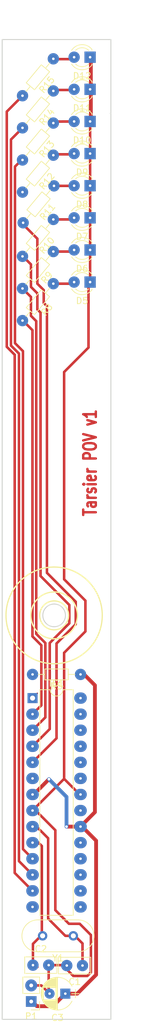
<source format=kicad_pcb>
(kicad_pcb (version 4) (host pcbnew 4.0.4-stable)

  (general
    (links 38)
    (no_connects 2)
    (area 88.824999 39.040999 106.247001 194.131001)
    (thickness 1.6)
    (drawings 12)
    (tracks 175)
    (zones 0)
    (modules 23)
    (nets 22)
  )

  (page A4)
  (layers
    (0 F.Cu signal)
    (31 B.Cu signal)
    (32 B.Adhes user)
    (33 F.Adhes user)
    (34 B.Paste user)
    (35 F.Paste user)
    (36 B.SilkS user)
    (37 F.SilkS user)
    (38 B.Mask user)
    (39 F.Mask user)
    (40 Dwgs.User user)
    (41 Cmts.User user)
    (42 Eco1.User user)
    (43 Eco2.User user)
    (44 Edge.Cuts user)
    (45 Margin user)
    (46 B.CrtYd user)
    (47 F.CrtYd user)
    (48 B.Fab user)
    (49 F.Fab user)
  )

  (setup
    (last_trace_width 0.6)
    (user_trace_width 0.4)
    (user_trace_width 0.6)
    (user_trace_width 0.8)
    (trace_clearance 0.2)
    (zone_clearance 0.508)
    (zone_45_only no)
    (trace_min 0.2)
    (segment_width 0.2)
    (edge_width 0.15)
    (via_size 0.6)
    (via_drill 0.4)
    (via_min_size 0.4)
    (via_min_drill 0.3)
    (user_via 1.4 0.4)
    (uvia_size 0.3)
    (uvia_drill 0.1)
    (uvias_allowed no)
    (uvia_min_size 0.2)
    (uvia_min_drill 0.1)
    (pcb_text_width 0.3)
    (pcb_text_size 1.5 1.5)
    (mod_edge_width 0.15)
    (mod_text_size 1 1)
    (mod_text_width 0.15)
    (pad_size 1.9 1.9)
    (pad_drill 0.6)
    (pad_to_mask_clearance 0.2)
    (aux_axis_origin 0 0)
    (visible_elements 7FFFFFFF)
    (pcbplotparams
      (layerselection 0x00030_80000001)
      (usegerberextensions false)
      (excludeedgelayer true)
      (linewidth 0.100000)
      (plotframeref false)
      (viasonmask false)
      (mode 1)
      (useauxorigin false)
      (hpglpennumber 1)
      (hpglpenspeed 20)
      (hpglpendiameter 15)
      (hpglpenoverlay 2)
      (psnegative false)
      (psa4output false)
      (plotreference true)
      (plotvalue true)
      (plotinvisibletext false)
      (padsonsilk false)
      (subtractmaskfromsilk false)
      (outputformat 1)
      (mirror false)
      (drillshape 1)
      (scaleselection 1)
      (outputdirectory ""))
  )

  (net 0 "")
  (net 1 "Net-(C1-Pad1)")
  (net 2 GND)
  (net 3 "Net-(C2-Pad1)")
  (net 4 VCC)
  (net 5 /D0)
  (net 6 /D1)
  (net 7 /D2)
  (net 8 /D3)
  (net 9 /D4)
  (net 10 /D5)
  (net 11 /D6)
  (net 12 /D7)
  (net 13 "Net-(D5-Pad2)")
  (net 14 "Net-(D6-Pad2)")
  (net 15 "Net-(D7-Pad2)")
  (net 16 "Net-(D8-Pad2)")
  (net 17 "Net-(D9-Pad2)")
  (net 18 "Net-(D10-Pad2)")
  (net 19 "Net-(D11-Pad2)")
  (net 20 "Net-(D12-Pad2)")
  (net 21 "Net-(IC1-Pad1)")

  (net_class Default "This is the default net class."
    (clearance 0.2)
    (trace_width 0.25)
    (via_dia 0.6)
    (via_drill 0.4)
    (uvia_dia 0.3)
    (uvia_drill 0.1)
    (add_net /D0)
    (add_net /D1)
    (add_net /D2)
    (add_net /D3)
    (add_net /D4)
    (add_net /D5)
    (add_net /D6)
    (add_net /D7)
    (add_net GND)
    (add_net "Net-(C1-Pad1)")
    (add_net "Net-(C2-Pad1)")
    (add_net "Net-(D10-Pad2)")
    (add_net "Net-(D11-Pad2)")
    (add_net "Net-(D12-Pad2)")
    (add_net "Net-(D5-Pad2)")
    (add_net "Net-(D6-Pad2)")
    (add_net "Net-(D7-Pad2)")
    (add_net "Net-(D8-Pad2)")
    (add_net "Net-(D9-Pad2)")
    (add_net "Net-(IC1-Pad1)")
    (add_net VCC)
  )

  (module Housings_DIP:DIP-28_W7.62mm (layer F.Cu) (tedit 5A619857) (tstamp 5A583432)
    (at 93.726 143.256)
    (descr "28-lead though-hole mounted DIP package, row spacing 7.62 mm (300 mils)")
    (tags "THT DIP DIL PDIP 2.54mm 7.62mm 300mil")
    (path /5A5A00C6)
    (fp_text reference IC1 (at 3.81 -2.33) (layer F.SilkS)
      (effects (font (size 1 1) (thickness 0.15)))
    )
    (fp_text value ATMEGA8-P (at 3.81 35.35) (layer F.Fab)
      (effects (font (size 1 1) (thickness 0.15)))
    )
    (fp_arc (start 3.81 -1.33) (end 2.81 -1.33) (angle -180) (layer F.SilkS) (width 0.12))
    (fp_line (start 1.635 -1.27) (end 6.985 -1.27) (layer F.Fab) (width 0.1))
    (fp_line (start 6.985 -1.27) (end 6.985 34.29) (layer F.Fab) (width 0.1))
    (fp_line (start 6.985 34.29) (end 0.635 34.29) (layer F.Fab) (width 0.1))
    (fp_line (start 0.635 34.29) (end 0.635 -0.27) (layer F.Fab) (width 0.1))
    (fp_line (start 0.635 -0.27) (end 1.635 -1.27) (layer F.Fab) (width 0.1))
    (fp_line (start 2.81 -1.33) (end 1.16 -1.33) (layer F.SilkS) (width 0.12))
    (fp_line (start 1.16 -1.33) (end 1.16 34.35) (layer F.SilkS) (width 0.12))
    (fp_line (start 1.16 34.35) (end 6.46 34.35) (layer F.SilkS) (width 0.12))
    (fp_line (start 6.46 34.35) (end 6.46 -1.33) (layer F.SilkS) (width 0.12))
    (fp_line (start 6.46 -1.33) (end 4.81 -1.33) (layer F.SilkS) (width 0.12))
    (fp_line (start -1.1 -1.55) (end -1.1 34.55) (layer F.CrtYd) (width 0.05))
    (fp_line (start -1.1 34.55) (end 8.7 34.55) (layer F.CrtYd) (width 0.05))
    (fp_line (start 8.7 34.55) (end 8.7 -1.55) (layer F.CrtYd) (width 0.05))
    (fp_line (start 8.7 -1.55) (end -1.1 -1.55) (layer F.CrtYd) (width 0.05))
    (fp_text user %R (at 3.81 16.51) (layer F.Fab)
      (effects (font (size 1 1) (thickness 0.15)))
    )
    (pad 1 thru_hole rect (at 0 0) (size 1.6 1.6) (drill 0.8) (layers *.Cu *.Mask)
      (net 21 "Net-(IC1-Pad1)"))
    (pad 15 thru_hole oval (at 7.62 33.02) (size 2 1.8) (drill 0.4) (layers *.Cu *.Mask))
    (pad 2 thru_hole oval (at 0 2.54) (size 2 1.8) (drill 0.4) (layers *.Cu *.Mask)
      (net 5 /D0))
    (pad 16 thru_hole oval (at 7.62 30.48) (size 2 1.8) (drill 0.4) (layers *.Cu *.Mask))
    (pad 3 thru_hole oval (at 0 5.08) (size 2 1.8) (drill 0.4) (layers *.Cu *.Mask)
      (net 6 /D1))
    (pad 17 thru_hole oval (at 7.62 27.94) (size 2 1.8) (drill 0.4) (layers *.Cu *.Mask))
    (pad 4 thru_hole oval (at 0 7.62) (size 2 1.8) (drill 0.4) (layers *.Cu *.Mask)
      (net 7 /D2))
    (pad 18 thru_hole oval (at 7.62 25.4) (size 2 1.8) (drill 0.4) (layers *.Cu *.Mask))
    (pad 5 thru_hole oval (at 0 10.16) (size 2 1.8) (drill 0.4) (layers *.Cu *.Mask)
      (net 8 /D3))
    (pad 19 thru_hole oval (at 7.62 22.86) (size 2 1.8) (drill 0.4) (layers *.Cu *.Mask))
    (pad 6 thru_hole oval (at 0 12.7) (size 2 1.8) (drill 0.4) (layers *.Cu *.Mask)
      (net 9 /D4))
    (pad 20 thru_hole oval (at 7.62 20.32) (size 2 1.8) (drill 0.4) (layers *.Cu *.Mask)
      (net 4 VCC))
    (pad 7 thru_hole oval (at 0 15.24) (size 2 1.8) (drill 0.4) (layers *.Cu *.Mask)
      (net 4 VCC))
    (pad 21 thru_hole oval (at 7.62 17.78) (size 2 1.8) (drill 0.4) (layers *.Cu *.Mask))
    (pad 8 thru_hole oval (at 0 17.78) (size 2 1.8) (drill 0.4) (layers *.Cu *.Mask)
      (net 2 GND))
    (pad 22 thru_hole oval (at 7.62 15.24) (size 2 1.8) (drill 0.4) (layers *.Cu *.Mask)
      (net 2 GND))
    (pad 9 thru_hole oval (at 0 20.32) (size 2 1.8) (drill 0.4) (layers *.Cu *.Mask)
      (net 1 "Net-(C1-Pad1)"))
    (pad 23 thru_hole oval (at 7.62 12.7) (size 2 1.8) (drill 0.4) (layers *.Cu *.Mask))
    (pad 10 thru_hole oval (at 0 22.86) (size 2 1.8) (drill 0.4) (layers *.Cu *.Mask)
      (net 3 "Net-(C2-Pad1)"))
    (pad 24 thru_hole oval (at 7.62 10.16) (size 2 1.8) (drill 0.4) (layers *.Cu *.Mask))
    (pad 11 thru_hole oval (at 0 25.4) (size 2 1.8) (drill 0.4) (layers *.Cu *.Mask)
      (net 10 /D5))
    (pad 25 thru_hole oval (at 7.62 7.62) (size 2 1.8) (drill 0.4) (layers *.Cu *.Mask))
    (pad 12 thru_hole oval (at 0 27.94) (size 2 1.8) (drill 0.4) (layers *.Cu *.Mask)
      (net 11 /D6))
    (pad 26 thru_hole oval (at 7.62 5.08) (size 2 1.8) (drill 0.4) (layers *.Cu *.Mask))
    (pad 13 thru_hole oval (at 0 30.48) (size 2 1.8) (drill 0.4) (layers *.Cu *.Mask)
      (net 12 /D7))
    (pad 27 thru_hole oval (at 7.62 2.54) (size 2 1.8) (drill 0.4) (layers *.Cu *.Mask))
    (pad 14 thru_hole oval (at 0 33.02) (size 2 1.8) (drill 0.4) (layers *.Cu *.Mask))
    (pad 28 thru_hole oval (at 7.62 0) (size 2 1.8) (drill 0.4) (layers *.Cu *.Mask))
    (model ${KISYS3DMOD}/Housings_DIP.3dshapes/DIP-28_W7.62mm.wrl
      (at (xyz 0 0 0))
      (scale (xyz 1 1 1))
      (rotate (xyz 0 0 0))
    )
  )

  (module Capacitors_ThroughHole:CP_Radial_D5.0mm_P2.50mm (layer F.Cu) (tedit 5A6193C1) (tstamp 5A671F67)
    (at 98.933 189.992 180)
    (descr "CP, Radial series, Radial, pin pitch=2.50mm, , diameter=5mm, Electrolytic Capacitor")
    (tags "CP Radial series Radial pin pitch 2.50mm  diameter 5mm Electrolytic Capacitor")
    (path /5A583BD3)
    (fp_text reference C3 (at 1.25 -3.81 180) (layer F.SilkS)
      (effects (font (size 1 1) (thickness 0.15)))
    )
    (fp_text value 4.7uF (at 1.25 3.81 180) (layer F.Fab)
      (effects (font (size 1 1) (thickness 0.15)))
    )
    (fp_arc (start 1.25 0) (end -1.05558 -1.18) (angle 125.8) (layer F.SilkS) (width 0.12))
    (fp_arc (start 1.25 0) (end -1.05558 1.18) (angle -125.8) (layer F.SilkS) (width 0.12))
    (fp_arc (start 1.25 0) (end 3.55558 -1.18) (angle 54.2) (layer F.SilkS) (width 0.12))
    (fp_circle (center 1.25 0) (end 3.75 0) (layer F.Fab) (width 0.1))
    (fp_line (start -2.2 0) (end -1 0) (layer F.Fab) (width 0.1))
    (fp_line (start -1.6 -0.65) (end -1.6 0.65) (layer F.Fab) (width 0.1))
    (fp_line (start 1.25 -2.55) (end 1.25 2.55) (layer F.SilkS) (width 0.12))
    (fp_line (start 1.29 -2.55) (end 1.29 2.55) (layer F.SilkS) (width 0.12))
    (fp_line (start 1.33 -2.549) (end 1.33 2.549) (layer F.SilkS) (width 0.12))
    (fp_line (start 1.37 -2.548) (end 1.37 2.548) (layer F.SilkS) (width 0.12))
    (fp_line (start 1.41 -2.546) (end 1.41 2.546) (layer F.SilkS) (width 0.12))
    (fp_line (start 1.45 -2.543) (end 1.45 2.543) (layer F.SilkS) (width 0.12))
    (fp_line (start 1.49 -2.539) (end 1.49 2.539) (layer F.SilkS) (width 0.12))
    (fp_line (start 1.53 -2.535) (end 1.53 -0.98) (layer F.SilkS) (width 0.12))
    (fp_line (start 1.53 0.98) (end 1.53 2.535) (layer F.SilkS) (width 0.12))
    (fp_line (start 1.57 -2.531) (end 1.57 -0.98) (layer F.SilkS) (width 0.12))
    (fp_line (start 1.57 0.98) (end 1.57 2.531) (layer F.SilkS) (width 0.12))
    (fp_line (start 1.61 -2.525) (end 1.61 -0.98) (layer F.SilkS) (width 0.12))
    (fp_line (start 1.61 0.98) (end 1.61 2.525) (layer F.SilkS) (width 0.12))
    (fp_line (start 1.65 -2.519) (end 1.65 -0.98) (layer F.SilkS) (width 0.12))
    (fp_line (start 1.65 0.98) (end 1.65 2.519) (layer F.SilkS) (width 0.12))
    (fp_line (start 1.69 -2.513) (end 1.69 -0.98) (layer F.SilkS) (width 0.12))
    (fp_line (start 1.69 0.98) (end 1.69 2.513) (layer F.SilkS) (width 0.12))
    (fp_line (start 1.73 -2.506) (end 1.73 -0.98) (layer F.SilkS) (width 0.12))
    (fp_line (start 1.73 0.98) (end 1.73 2.506) (layer F.SilkS) (width 0.12))
    (fp_line (start 1.77 -2.498) (end 1.77 -0.98) (layer F.SilkS) (width 0.12))
    (fp_line (start 1.77 0.98) (end 1.77 2.498) (layer F.SilkS) (width 0.12))
    (fp_line (start 1.81 -2.489) (end 1.81 -0.98) (layer F.SilkS) (width 0.12))
    (fp_line (start 1.81 0.98) (end 1.81 2.489) (layer F.SilkS) (width 0.12))
    (fp_line (start 1.85 -2.48) (end 1.85 -0.98) (layer F.SilkS) (width 0.12))
    (fp_line (start 1.85 0.98) (end 1.85 2.48) (layer F.SilkS) (width 0.12))
    (fp_line (start 1.89 -2.47) (end 1.89 -0.98) (layer F.SilkS) (width 0.12))
    (fp_line (start 1.89 0.98) (end 1.89 2.47) (layer F.SilkS) (width 0.12))
    (fp_line (start 1.93 -2.46) (end 1.93 -0.98) (layer F.SilkS) (width 0.12))
    (fp_line (start 1.93 0.98) (end 1.93 2.46) (layer F.SilkS) (width 0.12))
    (fp_line (start 1.971 -2.448) (end 1.971 -0.98) (layer F.SilkS) (width 0.12))
    (fp_line (start 1.971 0.98) (end 1.971 2.448) (layer F.SilkS) (width 0.12))
    (fp_line (start 2.011 -2.436) (end 2.011 -0.98) (layer F.SilkS) (width 0.12))
    (fp_line (start 2.011 0.98) (end 2.011 2.436) (layer F.SilkS) (width 0.12))
    (fp_line (start 2.051 -2.424) (end 2.051 -0.98) (layer F.SilkS) (width 0.12))
    (fp_line (start 2.051 0.98) (end 2.051 2.424) (layer F.SilkS) (width 0.12))
    (fp_line (start 2.091 -2.41) (end 2.091 -0.98) (layer F.SilkS) (width 0.12))
    (fp_line (start 2.091 0.98) (end 2.091 2.41) (layer F.SilkS) (width 0.12))
    (fp_line (start 2.131 -2.396) (end 2.131 -0.98) (layer F.SilkS) (width 0.12))
    (fp_line (start 2.131 0.98) (end 2.131 2.396) (layer F.SilkS) (width 0.12))
    (fp_line (start 2.171 -2.382) (end 2.171 -0.98) (layer F.SilkS) (width 0.12))
    (fp_line (start 2.171 0.98) (end 2.171 2.382) (layer F.SilkS) (width 0.12))
    (fp_line (start 2.211 -2.366) (end 2.211 -0.98) (layer F.SilkS) (width 0.12))
    (fp_line (start 2.211 0.98) (end 2.211 2.366) (layer F.SilkS) (width 0.12))
    (fp_line (start 2.251 -2.35) (end 2.251 -0.98) (layer F.SilkS) (width 0.12))
    (fp_line (start 2.251 0.98) (end 2.251 2.35) (layer F.SilkS) (width 0.12))
    (fp_line (start 2.291 -2.333) (end 2.291 -0.98) (layer F.SilkS) (width 0.12))
    (fp_line (start 2.291 0.98) (end 2.291 2.333) (layer F.SilkS) (width 0.12))
    (fp_line (start 2.331 -2.315) (end 2.331 -0.98) (layer F.SilkS) (width 0.12))
    (fp_line (start 2.331 0.98) (end 2.331 2.315) (layer F.SilkS) (width 0.12))
    (fp_line (start 2.371 -2.296) (end 2.371 -0.98) (layer F.SilkS) (width 0.12))
    (fp_line (start 2.371 0.98) (end 2.371 2.296) (layer F.SilkS) (width 0.12))
    (fp_line (start 2.411 -2.276) (end 2.411 -0.98) (layer F.SilkS) (width 0.12))
    (fp_line (start 2.411 0.98) (end 2.411 2.276) (layer F.SilkS) (width 0.12))
    (fp_line (start 2.451 -2.256) (end 2.451 -0.98) (layer F.SilkS) (width 0.12))
    (fp_line (start 2.451 0.98) (end 2.451 2.256) (layer F.SilkS) (width 0.12))
    (fp_line (start 2.491 -2.234) (end 2.491 -0.98) (layer F.SilkS) (width 0.12))
    (fp_line (start 2.491 0.98) (end 2.491 2.234) (layer F.SilkS) (width 0.12))
    (fp_line (start 2.531 -2.212) (end 2.531 -0.98) (layer F.SilkS) (width 0.12))
    (fp_line (start 2.531 0.98) (end 2.531 2.212) (layer F.SilkS) (width 0.12))
    (fp_line (start 2.571 -2.189) (end 2.571 -0.98) (layer F.SilkS) (width 0.12))
    (fp_line (start 2.571 0.98) (end 2.571 2.189) (layer F.SilkS) (width 0.12))
    (fp_line (start 2.611 -2.165) (end 2.611 -0.98) (layer F.SilkS) (width 0.12))
    (fp_line (start 2.611 0.98) (end 2.611 2.165) (layer F.SilkS) (width 0.12))
    (fp_line (start 2.651 -2.14) (end 2.651 -0.98) (layer F.SilkS) (width 0.12))
    (fp_line (start 2.651 0.98) (end 2.651 2.14) (layer F.SilkS) (width 0.12))
    (fp_line (start 2.691 -2.113) (end 2.691 -0.98) (layer F.SilkS) (width 0.12))
    (fp_line (start 2.691 0.98) (end 2.691 2.113) (layer F.SilkS) (width 0.12))
    (fp_line (start 2.731 -2.086) (end 2.731 -0.98) (layer F.SilkS) (width 0.12))
    (fp_line (start 2.731 0.98) (end 2.731 2.086) (layer F.SilkS) (width 0.12))
    (fp_line (start 2.771 -2.058) (end 2.771 -0.98) (layer F.SilkS) (width 0.12))
    (fp_line (start 2.771 0.98) (end 2.771 2.058) (layer F.SilkS) (width 0.12))
    (fp_line (start 2.811 -2.028) (end 2.811 -0.98) (layer F.SilkS) (width 0.12))
    (fp_line (start 2.811 0.98) (end 2.811 2.028) (layer F.SilkS) (width 0.12))
    (fp_line (start 2.851 -1.997) (end 2.851 -0.98) (layer F.SilkS) (width 0.12))
    (fp_line (start 2.851 0.98) (end 2.851 1.997) (layer F.SilkS) (width 0.12))
    (fp_line (start 2.891 -1.965) (end 2.891 -0.98) (layer F.SilkS) (width 0.12))
    (fp_line (start 2.891 0.98) (end 2.891 1.965) (layer F.SilkS) (width 0.12))
    (fp_line (start 2.931 -1.932) (end 2.931 -0.98) (layer F.SilkS) (width 0.12))
    (fp_line (start 2.931 0.98) (end 2.931 1.932) (layer F.SilkS) (width 0.12))
    (fp_line (start 2.971 -1.897) (end 2.971 -0.98) (layer F.SilkS) (width 0.12))
    (fp_line (start 2.971 0.98) (end 2.971 1.897) (layer F.SilkS) (width 0.12))
    (fp_line (start 3.011 -1.861) (end 3.011 -0.98) (layer F.SilkS) (width 0.12))
    (fp_line (start 3.011 0.98) (end 3.011 1.861) (layer F.SilkS) (width 0.12))
    (fp_line (start 3.051 -1.823) (end 3.051 -0.98) (layer F.SilkS) (width 0.12))
    (fp_line (start 3.051 0.98) (end 3.051 1.823) (layer F.SilkS) (width 0.12))
    (fp_line (start 3.091 -1.783) (end 3.091 -0.98) (layer F.SilkS) (width 0.12))
    (fp_line (start 3.091 0.98) (end 3.091 1.783) (layer F.SilkS) (width 0.12))
    (fp_line (start 3.131 -1.742) (end 3.131 -0.98) (layer F.SilkS) (width 0.12))
    (fp_line (start 3.131 0.98) (end 3.131 1.742) (layer F.SilkS) (width 0.12))
    (fp_line (start 3.171 -1.699) (end 3.171 -0.98) (layer F.SilkS) (width 0.12))
    (fp_line (start 3.171 0.98) (end 3.171 1.699) (layer F.SilkS) (width 0.12))
    (fp_line (start 3.211 -1.654) (end 3.211 -0.98) (layer F.SilkS) (width 0.12))
    (fp_line (start 3.211 0.98) (end 3.211 1.654) (layer F.SilkS) (width 0.12))
    (fp_line (start 3.251 -1.606) (end 3.251 -0.98) (layer F.SilkS) (width 0.12))
    (fp_line (start 3.251 0.98) (end 3.251 1.606) (layer F.SilkS) (width 0.12))
    (fp_line (start 3.291 -1.556) (end 3.291 -0.98) (layer F.SilkS) (width 0.12))
    (fp_line (start 3.291 0.98) (end 3.291 1.556) (layer F.SilkS) (width 0.12))
    (fp_line (start 3.331 -1.504) (end 3.331 -0.98) (layer F.SilkS) (width 0.12))
    (fp_line (start 3.331 0.98) (end 3.331 1.504) (layer F.SilkS) (width 0.12))
    (fp_line (start 3.371 -1.448) (end 3.371 -0.98) (layer F.SilkS) (width 0.12))
    (fp_line (start 3.371 0.98) (end 3.371 1.448) (layer F.SilkS) (width 0.12))
    (fp_line (start 3.411 -1.39) (end 3.411 -0.98) (layer F.SilkS) (width 0.12))
    (fp_line (start 3.411 0.98) (end 3.411 1.39) (layer F.SilkS) (width 0.12))
    (fp_line (start 3.451 -1.327) (end 3.451 -0.98) (layer F.SilkS) (width 0.12))
    (fp_line (start 3.451 0.98) (end 3.451 1.327) (layer F.SilkS) (width 0.12))
    (fp_line (start 3.491 -1.261) (end 3.491 1.261) (layer F.SilkS) (width 0.12))
    (fp_line (start 3.531 -1.189) (end 3.531 1.189) (layer F.SilkS) (width 0.12))
    (fp_line (start 3.571 -1.112) (end 3.571 1.112) (layer F.SilkS) (width 0.12))
    (fp_line (start 3.611 -1.028) (end 3.611 1.028) (layer F.SilkS) (width 0.12))
    (fp_line (start 3.651 -0.934) (end 3.651 0.934) (layer F.SilkS) (width 0.12))
    (fp_line (start 3.691 -0.829) (end 3.691 0.829) (layer F.SilkS) (width 0.12))
    (fp_line (start 3.731 -0.707) (end 3.731 0.707) (layer F.SilkS) (width 0.12))
    (fp_line (start 3.771 -0.559) (end 3.771 0.559) (layer F.SilkS) (width 0.12))
    (fp_line (start 3.811 -0.354) (end 3.811 0.354) (layer F.SilkS) (width 0.12))
    (fp_line (start -2.2 0) (end -1 0) (layer F.SilkS) (width 0.12))
    (fp_line (start -1.6 -0.65) (end -1.6 0.65) (layer F.SilkS) (width 0.12))
    (fp_line (start -1.6 -2.85) (end -1.6 2.85) (layer F.CrtYd) (width 0.05))
    (fp_line (start -1.6 2.85) (end 4.1 2.85) (layer F.CrtYd) (width 0.05))
    (fp_line (start 4.1 2.85) (end 4.1 -2.85) (layer F.CrtYd) (width 0.05))
    (fp_line (start 4.1 -2.85) (end -1.6 -2.85) (layer F.CrtYd) (width 0.05))
    (fp_text user %R (at 1.25 0 180) (layer F.Fab)
      (effects (font (size 1 1) (thickness 0.15)))
    )
    (pad 1 thru_hole rect (at 0 0 180) (size 1.6 1.6) (drill 0.4) (layers *.Cu *.Mask)
      (net 4 VCC))
    (pad 2 thru_hole circle (at 2.5 0 180) (size 1.6 1.6) (drill 0.4) (layers *.Cu *.Mask)
      (net 2 GND))
    (model ${KISYS3DMOD}/Capacitors_THT.3dshapes/CP_Radial_D5.0mm_P2.50mm.wrl
      (at (xyz 0 0 0))
      (scale (xyz 1 1 1))
      (rotate (xyz 0 0 0))
    )
  )

  (module Capacitors_ThroughHole:C_Disc_D5.0mm_W2.5mm_P2.50mm (layer F.Cu) (tedit 597BC7C2) (tstamp 5A671F55)
    (at 93.7895 185.4835)
    (descr "C, Disc series, Radial, pin pitch=2.50mm, , diameter*width=5*2.5mm^2, Capacitor, http://cdn-reichelt.de/documents/datenblatt/B300/DS_KERKO_TC.pdf")
    (tags "C Disc series Radial pin pitch 2.50mm  diameter 5mm width 2.5mm Capacitor")
    (path /5A583291)
    (fp_text reference C2 (at 1.25 -2.56) (layer F.SilkS)
      (effects (font (size 1 1) (thickness 0.15)))
    )
    (fp_text value 22pF (at 1.25 2.56) (layer F.Fab)
      (effects (font (size 1 1) (thickness 0.15)))
    )
    (fp_line (start -1.25 -1.25) (end -1.25 1.25) (layer F.Fab) (width 0.1))
    (fp_line (start -1.25 1.25) (end 3.75 1.25) (layer F.Fab) (width 0.1))
    (fp_line (start 3.75 1.25) (end 3.75 -1.25) (layer F.Fab) (width 0.1))
    (fp_line (start 3.75 -1.25) (end -1.25 -1.25) (layer F.Fab) (width 0.1))
    (fp_line (start -1.31 -1.31) (end 3.81 -1.31) (layer F.SilkS) (width 0.12))
    (fp_line (start -1.31 1.31) (end 3.81 1.31) (layer F.SilkS) (width 0.12))
    (fp_line (start -1.31 -1.31) (end -1.31 1.31) (layer F.SilkS) (width 0.12))
    (fp_line (start 3.81 -1.31) (end 3.81 1.31) (layer F.SilkS) (width 0.12))
    (fp_line (start -1.6 -1.6) (end -1.6 1.6) (layer F.CrtYd) (width 0.05))
    (fp_line (start -1.6 1.6) (end 4.1 1.6) (layer F.CrtYd) (width 0.05))
    (fp_line (start 4.1 1.6) (end 4.1 -1.6) (layer F.CrtYd) (width 0.05))
    (fp_line (start 4.1 -1.6) (end -1.6 -1.6) (layer F.CrtYd) (width 0.05))
    (fp_text user %R (at 1.25 0) (layer F.Fab)
      (effects (font (size 1 1) (thickness 0.15)))
    )
    (pad 1 thru_hole circle (at 0 0) (size 1.8 1.8) (drill 0.4) (layers *.Cu *.Mask)
      (net 3 "Net-(C2-Pad1)"))
    (pad 2 thru_hole circle (at 2.5 0) (size 1.8 1.8) (drill 0.4) (layers *.Cu *.Mask)
      (net 2 GND))
    (model ${KISYS3DMOD}/Capacitors_THT.3dshapes/C_Disc_D5.0mm_W2.5mm_P2.50mm.wrl
      (at (xyz 0 0 0))
      (scale (xyz 1 1 1))
      (rotate (xyz 0 0 0))
    )
  )

  (module Capacitors_ThroughHole:C_Disc_D5.0mm_W2.5mm_P2.50mm (layer F.Cu) (tedit 5A61987F) (tstamp 5A671F43)
    (at 101.6635 185.547 180)
    (descr "C, Disc series, Radial, pin pitch=2.50mm, , diameter*width=5*2.5mm^2, Capacitor, http://cdn-reichelt.de/documents/datenblatt/B300/DS_KERKO_TC.pdf")
    (tags "C Disc series Radial pin pitch 2.50mm  diameter 5mm width 2.5mm Capacitor")
    (path /5A583254)
    (fp_text reference C1 (at 1.25 -2.56 180) (layer F.SilkS)
      (effects (font (size 1 1) (thickness 0.15)))
    )
    (fp_text value 22pF (at 1.25 2.56 180) (layer F.Fab)
      (effects (font (size 1 1) (thickness 0.15)))
    )
    (fp_line (start -1.25 -1.25) (end -1.25 1.25) (layer F.Fab) (width 0.1))
    (fp_line (start -1.25 1.25) (end 3.75 1.25) (layer F.Fab) (width 0.1))
    (fp_line (start 3.75 1.25) (end 3.75 -1.25) (layer F.Fab) (width 0.1))
    (fp_line (start 3.75 -1.25) (end -1.25 -1.25) (layer F.Fab) (width 0.1))
    (fp_line (start -1.31 -1.31) (end 3.81 -1.31) (layer F.SilkS) (width 0.12))
    (fp_line (start -1.31 1.31) (end 3.81 1.31) (layer F.SilkS) (width 0.12))
    (fp_line (start -1.31 -1.31) (end -1.31 1.31) (layer F.SilkS) (width 0.12))
    (fp_line (start 3.81 -1.31) (end 3.81 1.31) (layer F.SilkS) (width 0.12))
    (fp_line (start -1.6 -1.6) (end -1.6 1.6) (layer F.CrtYd) (width 0.05))
    (fp_line (start -1.6 1.6) (end 4.1 1.6) (layer F.CrtYd) (width 0.05))
    (fp_line (start 4.1 1.6) (end 4.1 -1.6) (layer F.CrtYd) (width 0.05))
    (fp_line (start 4.1 -1.6) (end -1.6 -1.6) (layer F.CrtYd) (width 0.05))
    (fp_text user %R (at 1.25 0 180) (layer F.Fab)
      (effects (font (size 1 1) (thickness 0.15)))
    )
    (pad 1 thru_hole circle (at 0 0 180) (size 1.8 1.8) (drill 0.4) (layers *.Cu *.Mask)
      (net 1 "Net-(C1-Pad1)"))
    (pad 2 thru_hole circle (at 2.5 0 180) (size 1.8 1.8) (drill 0.4) (layers *.Cu *.Mask)
      (net 2 GND))
    (model ${KISYS3DMOD}/Capacitors_THT.3dshapes/C_Disc_D5.0mm_W2.5mm_P2.50mm.wrl
      (at (xyz 0 0 0))
      (scale (xyz 1 1 1))
      (rotate (xyz 0 0 0))
    )
  )

  (module Resistors_ThroughHole:R_Axial_DIN0204_L3.6mm_D1.6mm_P7.62mm_Horizontal (layer F.Cu) (tedit 5A5EA9BD) (tstamp 5A672097)
    (at 101.346 139.5095 180)
    (descr "Resistor, Axial_DIN0204 series, Axial, Horizontal, pin pitch=7.62mm, 0.16666666666666666W = 1/6W, length*diameter=3.6*1.6mm^2, http://cdn-reichelt.de/documents/datenblatt/B400/1_4W%23YAG.pdf")
    (tags "Resistor Axial_DIN0204 series Axial Horizontal pin pitch 7.62mm 0.16666666666666666W = 1/6W length 3.6mm diameter 1.6mm")
    (path /5A5D8187)
    (fp_text reference R5 (at 3.81 -1.86 180) (layer F.SilkS)
      (effects (font (size 1 1) (thickness 0.15)))
    )
    (fp_text value 10K (at 3.81 1.86 180) (layer F.Fab)
      (effects (font (size 1 1) (thickness 0.15)))
    )
    (fp_line (start 2.01 -0.8) (end 2.01 0.8) (layer F.Fab) (width 0.1))
    (fp_line (start 2.01 0.8) (end 5.61 0.8) (layer F.Fab) (width 0.1))
    (fp_line (start 5.61 0.8) (end 5.61 -0.8) (layer F.Fab) (width 0.1))
    (fp_line (start 5.61 -0.8) (end 2.01 -0.8) (layer F.Fab) (width 0.1))
    (fp_line (start 0 0) (end 2.01 0) (layer F.Fab) (width 0.1))
    (fp_line (start 7.62 0) (end 5.61 0) (layer F.Fab) (width 0.1))
    (fp_line (start 1.95 -0.86) (end 1.95 0.86) (layer F.SilkS) (width 0.12))
    (fp_line (start 1.95 0.86) (end 5.67 0.86) (layer F.SilkS) (width 0.12))
    (fp_line (start 5.67 0.86) (end 5.67 -0.86) (layer F.SilkS) (width 0.12))
    (fp_line (start 5.67 -0.86) (end 1.95 -0.86) (layer F.SilkS) (width 0.12))
    (fp_line (start 0.88 0) (end 1.95 0) (layer F.SilkS) (width 0.12))
    (fp_line (start 6.74 0) (end 5.67 0) (layer F.SilkS) (width 0.12))
    (fp_line (start -0.95 -1.15) (end -0.95 1.15) (layer F.CrtYd) (width 0.05))
    (fp_line (start -0.95 1.15) (end 8.6 1.15) (layer F.CrtYd) (width 0.05))
    (fp_line (start 8.6 1.15) (end 8.6 -1.15) (layer F.CrtYd) (width 0.05))
    (fp_line (start 8.6 -1.15) (end -0.95 -1.15) (layer F.CrtYd) (width 0.05))
    (pad 1 thru_hole circle (at 0 0 180) (size 1.8 1.8) (drill 0.4) (layers *.Cu *.Mask)
      (net 4 VCC))
    (pad 2 thru_hole oval (at 7.62 0 180) (size 1.8 1.8) (drill 0.4) (layers *.Cu *.Mask)
      (net 21 "Net-(IC1-Pad1)"))
    (model ${KISYS3DMOD}/Resistors_THT.3dshapes/R_Axial_DIN0204_L3.6mm_D1.6mm_P7.62mm_Horizontal.wrl
      (at (xyz 0 0 0))
      (scale (xyz 0.393701 0.393701 0.393701))
      (rotate (xyz 0 0 0))
    )
  )

  (module LEDs:LED_D3.0mm (layer F.Cu) (tedit 587A3A7B) (tstamp 5A609E42)
    (at 102.87 77.47 180)
    (descr "LED, diameter 3.0mm, 2 pins")
    (tags "LED diameter 3.0mm 2 pins")
    (path /5A60ADDF)
    (fp_text reference D5 (at 1.27 -2.96 180) (layer F.SilkS)
      (effects (font (size 1 1) (thickness 0.15)))
    )
    (fp_text value LED (at 1.27 2.96 180) (layer F.Fab)
      (effects (font (size 1 1) (thickness 0.15)))
    )
    (fp_arc (start 1.27 0) (end -0.23 -1.16619) (angle 284.3) (layer F.Fab) (width 0.1))
    (fp_arc (start 1.27 0) (end -0.29 -1.235516) (angle 108.8) (layer F.SilkS) (width 0.12))
    (fp_arc (start 1.27 0) (end -0.29 1.235516) (angle -108.8) (layer F.SilkS) (width 0.12))
    (fp_arc (start 1.27 0) (end 0.229039 -1.08) (angle 87.9) (layer F.SilkS) (width 0.12))
    (fp_arc (start 1.27 0) (end 0.229039 1.08) (angle -87.9) (layer F.SilkS) (width 0.12))
    (fp_circle (center 1.27 0) (end 2.77 0) (layer F.Fab) (width 0.1))
    (fp_line (start -0.23 -1.16619) (end -0.23 1.16619) (layer F.Fab) (width 0.1))
    (fp_line (start -0.29 -1.236) (end -0.29 -1.08) (layer F.SilkS) (width 0.12))
    (fp_line (start -0.29 1.08) (end -0.29 1.236) (layer F.SilkS) (width 0.12))
    (fp_line (start -1.15 -2.25) (end -1.15 2.25) (layer F.CrtYd) (width 0.05))
    (fp_line (start -1.15 2.25) (end 3.7 2.25) (layer F.CrtYd) (width 0.05))
    (fp_line (start 3.7 2.25) (end 3.7 -2.25) (layer F.CrtYd) (width 0.05))
    (fp_line (start 3.7 -2.25) (end -1.15 -2.25) (layer F.CrtYd) (width 0.05))
    (pad 1 thru_hole rect (at 0 0 180) (size 1.8 1.8) (drill 0.4) (layers *.Cu *.Mask)
      (net 2 GND))
    (pad 2 thru_hole circle (at 2.54 0 180) (size 1.8 1.8) (drill 0.4) (layers *.Cu *.Mask)
      (net 13 "Net-(D5-Pad2)"))
    (model ${KISYS3DMOD}/LEDs.3dshapes/LED_D3.0mm.wrl
      (at (xyz 0 0 0))
      (scale (xyz 0.393701 0.393701 0.393701))
      (rotate (xyz 0 0 0))
    )
  )

  (module LEDs:LED_D3.0mm (layer F.Cu) (tedit 587A3A7B) (tstamp 5A609E55)
    (at 102.87 72.39 180)
    (descr "LED, diameter 3.0mm, 2 pins")
    (tags "LED diameter 3.0mm 2 pins")
    (path /5A60B30D)
    (fp_text reference D6 (at 1.27 -2.96 180) (layer F.SilkS)
      (effects (font (size 1 1) (thickness 0.15)))
    )
    (fp_text value LED (at 1.27 2.96 180) (layer F.Fab)
      (effects (font (size 1 1) (thickness 0.15)))
    )
    (fp_arc (start 1.27 0) (end -0.23 -1.16619) (angle 284.3) (layer F.Fab) (width 0.1))
    (fp_arc (start 1.27 0) (end -0.29 -1.235516) (angle 108.8) (layer F.SilkS) (width 0.12))
    (fp_arc (start 1.27 0) (end -0.29 1.235516) (angle -108.8) (layer F.SilkS) (width 0.12))
    (fp_arc (start 1.27 0) (end 0.229039 -1.08) (angle 87.9) (layer F.SilkS) (width 0.12))
    (fp_arc (start 1.27 0) (end 0.229039 1.08) (angle -87.9) (layer F.SilkS) (width 0.12))
    (fp_circle (center 1.27 0) (end 2.77 0) (layer F.Fab) (width 0.1))
    (fp_line (start -0.23 -1.16619) (end -0.23 1.16619) (layer F.Fab) (width 0.1))
    (fp_line (start -0.29 -1.236) (end -0.29 -1.08) (layer F.SilkS) (width 0.12))
    (fp_line (start -0.29 1.08) (end -0.29 1.236) (layer F.SilkS) (width 0.12))
    (fp_line (start -1.15 -2.25) (end -1.15 2.25) (layer F.CrtYd) (width 0.05))
    (fp_line (start -1.15 2.25) (end 3.7 2.25) (layer F.CrtYd) (width 0.05))
    (fp_line (start 3.7 2.25) (end 3.7 -2.25) (layer F.CrtYd) (width 0.05))
    (fp_line (start 3.7 -2.25) (end -1.15 -2.25) (layer F.CrtYd) (width 0.05))
    (pad 1 thru_hole rect (at 0 0 180) (size 1.8 1.8) (drill 0.4) (layers *.Cu *.Mask)
      (net 2 GND))
    (pad 2 thru_hole circle (at 2.54 0 180) (size 1.8 1.8) (drill 0.4) (layers *.Cu *.Mask)
      (net 14 "Net-(D6-Pad2)"))
    (model ${KISYS3DMOD}/LEDs.3dshapes/LED_D3.0mm.wrl
      (at (xyz 0 0 0))
      (scale (xyz 0.393701 0.393701 0.393701))
      (rotate (xyz 0 0 0))
    )
  )

  (module LEDs:LED_D3.0mm (layer F.Cu) (tedit 587A3A7B) (tstamp 5A609E68)
    (at 102.87 67.31 180)
    (descr "LED, diameter 3.0mm, 2 pins")
    (tags "LED diameter 3.0mm 2 pins")
    (path /5A60B515)
    (fp_text reference D7 (at 1.27 -2.96 180) (layer F.SilkS)
      (effects (font (size 1 1) (thickness 0.15)))
    )
    (fp_text value LED (at 1.27 2.96 180) (layer F.Fab)
      (effects (font (size 1 1) (thickness 0.15)))
    )
    (fp_arc (start 1.27 0) (end -0.23 -1.16619) (angle 284.3) (layer F.Fab) (width 0.1))
    (fp_arc (start 1.27 0) (end -0.29 -1.235516) (angle 108.8) (layer F.SilkS) (width 0.12))
    (fp_arc (start 1.27 0) (end -0.29 1.235516) (angle -108.8) (layer F.SilkS) (width 0.12))
    (fp_arc (start 1.27 0) (end 0.229039 -1.08) (angle 87.9) (layer F.SilkS) (width 0.12))
    (fp_arc (start 1.27 0) (end 0.229039 1.08) (angle -87.9) (layer F.SilkS) (width 0.12))
    (fp_circle (center 1.27 0) (end 2.77 0) (layer F.Fab) (width 0.1))
    (fp_line (start -0.23 -1.16619) (end -0.23 1.16619) (layer F.Fab) (width 0.1))
    (fp_line (start -0.29 -1.236) (end -0.29 -1.08) (layer F.SilkS) (width 0.12))
    (fp_line (start -0.29 1.08) (end -0.29 1.236) (layer F.SilkS) (width 0.12))
    (fp_line (start -1.15 -2.25) (end -1.15 2.25) (layer F.CrtYd) (width 0.05))
    (fp_line (start -1.15 2.25) (end 3.7 2.25) (layer F.CrtYd) (width 0.05))
    (fp_line (start 3.7 2.25) (end 3.7 -2.25) (layer F.CrtYd) (width 0.05))
    (fp_line (start 3.7 -2.25) (end -1.15 -2.25) (layer F.CrtYd) (width 0.05))
    (pad 1 thru_hole rect (at 0 0 180) (size 1.8 1.8) (drill 0.4) (layers *.Cu *.Mask)
      (net 2 GND))
    (pad 2 thru_hole circle (at 2.54 0 180) (size 1.8 1.8) (drill 0.4) (layers *.Cu *.Mask)
      (net 15 "Net-(D7-Pad2)"))
    (model ${KISYS3DMOD}/LEDs.3dshapes/LED_D3.0mm.wrl
      (at (xyz 0 0 0))
      (scale (xyz 0.393701 0.393701 0.393701))
      (rotate (xyz 0 0 0))
    )
  )

  (module LEDs:LED_D3.0mm (layer F.Cu) (tedit 5A6193A9) (tstamp 5A609E7B)
    (at 102.87 62.23 180)
    (descr "LED, diameter 3.0mm, 2 pins")
    (tags "LED diameter 3.0mm 2 pins")
    (path /5A60B630)
    (fp_text reference D8 (at 1.27 -2.96 180) (layer F.SilkS)
      (effects (font (size 1 1) (thickness 0.15)))
    )
    (fp_text value LED (at 1.27 2.96 180) (layer F.Fab)
      (effects (font (size 1 1) (thickness 0.15)))
    )
    (fp_arc (start 1.27 0) (end -0.23 -1.16619) (angle 284.3) (layer F.Fab) (width 0.1))
    (fp_arc (start 1.27 0) (end -0.29 -1.235516) (angle 108.8) (layer F.SilkS) (width 0.12))
    (fp_arc (start 1.27 0) (end -0.29 1.235516) (angle -108.8) (layer F.SilkS) (width 0.12))
    (fp_arc (start 1.27 0) (end 0.229039 -1.08) (angle 87.9) (layer F.SilkS) (width 0.12))
    (fp_arc (start 1.27 0) (end 0.229039 1.08) (angle -87.9) (layer F.SilkS) (width 0.12))
    (fp_circle (center 1.27 0) (end 2.77 0) (layer F.Fab) (width 0.1))
    (fp_line (start -0.23 -1.16619) (end -0.23 1.16619) (layer F.Fab) (width 0.1))
    (fp_line (start -0.29 -1.236) (end -0.29 -1.08) (layer F.SilkS) (width 0.12))
    (fp_line (start -0.29 1.08) (end -0.29 1.236) (layer F.SilkS) (width 0.12))
    (fp_line (start -1.15 -2.25) (end -1.15 2.25) (layer F.CrtYd) (width 0.05))
    (fp_line (start -1.15 2.25) (end 3.7 2.25) (layer F.CrtYd) (width 0.05))
    (fp_line (start 3.7 2.25) (end 3.7 -2.25) (layer F.CrtYd) (width 0.05))
    (fp_line (start 3.7 -2.25) (end -1.15 -2.25) (layer F.CrtYd) (width 0.05))
    (pad 1 thru_hole rect (at 0 0 180) (size 1.8 1.8) (drill 0.4) (layers *.Cu *.Mask)
      (net 2 GND))
    (pad 2 thru_hole circle (at 2.54 0 180) (size 1.8 1.8) (drill 0.4) (layers *.Cu *.Mask)
      (net 16 "Net-(D8-Pad2)"))
    (model ${KISYS3DMOD}/LEDs.3dshapes/LED_D3.0mm.wrl
      (at (xyz 0 0 0))
      (scale (xyz 0.393701 0.393701 0.393701))
      (rotate (xyz 0 0 0))
    )
  )

  (module LEDs:LED_D3.0mm (layer F.Cu) (tedit 587A3A7B) (tstamp 5A609E8E)
    (at 102.87 57.15 180)
    (descr "LED, diameter 3.0mm, 2 pins")
    (tags "LED diameter 3.0mm 2 pins")
    (path /5A60B694)
    (fp_text reference D9 (at 1.27 -2.96 180) (layer F.SilkS)
      (effects (font (size 1 1) (thickness 0.15)))
    )
    (fp_text value LED (at 1.27 2.96 180) (layer F.Fab)
      (effects (font (size 1 1) (thickness 0.15)))
    )
    (fp_arc (start 1.27 0) (end -0.23 -1.16619) (angle 284.3) (layer F.Fab) (width 0.1))
    (fp_arc (start 1.27 0) (end -0.29 -1.235516) (angle 108.8) (layer F.SilkS) (width 0.12))
    (fp_arc (start 1.27 0) (end -0.29 1.235516) (angle -108.8) (layer F.SilkS) (width 0.12))
    (fp_arc (start 1.27 0) (end 0.229039 -1.08) (angle 87.9) (layer F.SilkS) (width 0.12))
    (fp_arc (start 1.27 0) (end 0.229039 1.08) (angle -87.9) (layer F.SilkS) (width 0.12))
    (fp_circle (center 1.27 0) (end 2.77 0) (layer F.Fab) (width 0.1))
    (fp_line (start -0.23 -1.16619) (end -0.23 1.16619) (layer F.Fab) (width 0.1))
    (fp_line (start -0.29 -1.236) (end -0.29 -1.08) (layer F.SilkS) (width 0.12))
    (fp_line (start -0.29 1.08) (end -0.29 1.236) (layer F.SilkS) (width 0.12))
    (fp_line (start -1.15 -2.25) (end -1.15 2.25) (layer F.CrtYd) (width 0.05))
    (fp_line (start -1.15 2.25) (end 3.7 2.25) (layer F.CrtYd) (width 0.05))
    (fp_line (start 3.7 2.25) (end 3.7 -2.25) (layer F.CrtYd) (width 0.05))
    (fp_line (start 3.7 -2.25) (end -1.15 -2.25) (layer F.CrtYd) (width 0.05))
    (pad 1 thru_hole rect (at 0 0 180) (size 1.8 1.8) (drill 0.4) (layers *.Cu *.Mask)
      (net 2 GND))
    (pad 2 thru_hole circle (at 2.54 0 180) (size 1.8 1.8) (drill 0.4) (layers *.Cu *.Mask)
      (net 17 "Net-(D9-Pad2)"))
    (model ${KISYS3DMOD}/LEDs.3dshapes/LED_D3.0mm.wrl
      (at (xyz 0 0 0))
      (scale (xyz 0.393701 0.393701 0.393701))
      (rotate (xyz 0 0 0))
    )
  )

  (module LEDs:LED_D3.0mm (layer F.Cu) (tedit 587A3A7B) (tstamp 5A609EA1)
    (at 102.87 52.07 180)
    (descr "LED, diameter 3.0mm, 2 pins")
    (tags "LED diameter 3.0mm 2 pins")
    (path /5A60BC8B)
    (fp_text reference D10 (at 1.27 -2.96 180) (layer F.SilkS)
      (effects (font (size 1 1) (thickness 0.15)))
    )
    (fp_text value LED (at 1.27 2.96 180) (layer F.Fab)
      (effects (font (size 1 1) (thickness 0.15)))
    )
    (fp_arc (start 1.27 0) (end -0.23 -1.16619) (angle 284.3) (layer F.Fab) (width 0.1))
    (fp_arc (start 1.27 0) (end -0.29 -1.235516) (angle 108.8) (layer F.SilkS) (width 0.12))
    (fp_arc (start 1.27 0) (end -0.29 1.235516) (angle -108.8) (layer F.SilkS) (width 0.12))
    (fp_arc (start 1.27 0) (end 0.229039 -1.08) (angle 87.9) (layer F.SilkS) (width 0.12))
    (fp_arc (start 1.27 0) (end 0.229039 1.08) (angle -87.9) (layer F.SilkS) (width 0.12))
    (fp_circle (center 1.27 0) (end 2.77 0) (layer F.Fab) (width 0.1))
    (fp_line (start -0.23 -1.16619) (end -0.23 1.16619) (layer F.Fab) (width 0.1))
    (fp_line (start -0.29 -1.236) (end -0.29 -1.08) (layer F.SilkS) (width 0.12))
    (fp_line (start -0.29 1.08) (end -0.29 1.236) (layer F.SilkS) (width 0.12))
    (fp_line (start -1.15 -2.25) (end -1.15 2.25) (layer F.CrtYd) (width 0.05))
    (fp_line (start -1.15 2.25) (end 3.7 2.25) (layer F.CrtYd) (width 0.05))
    (fp_line (start 3.7 2.25) (end 3.7 -2.25) (layer F.CrtYd) (width 0.05))
    (fp_line (start 3.7 -2.25) (end -1.15 -2.25) (layer F.CrtYd) (width 0.05))
    (pad 1 thru_hole rect (at 0 0 180) (size 1.8 1.8) (drill 0.4) (layers *.Cu *.Mask)
      (net 2 GND))
    (pad 2 thru_hole circle (at 2.54 0 180) (size 1.8 1.8) (drill 0.4) (layers *.Cu *.Mask)
      (net 18 "Net-(D10-Pad2)"))
    (model ${KISYS3DMOD}/LEDs.3dshapes/LED_D3.0mm.wrl
      (at (xyz 0 0 0))
      (scale (xyz 0.393701 0.393701 0.393701))
      (rotate (xyz 0 0 0))
    )
  )

  (module LEDs:LED_D3.0mm (layer F.Cu) (tedit 587A3A7B) (tstamp 5A609EB4)
    (at 102.87 46.99 180)
    (descr "LED, diameter 3.0mm, 2 pins")
    (tags "LED diameter 3.0mm 2 pins")
    (path /5A60BD2B)
    (fp_text reference D11 (at 1.27 -2.96 180) (layer F.SilkS)
      (effects (font (size 1 1) (thickness 0.15)))
    )
    (fp_text value LED (at 1.27 2.96 180) (layer F.Fab)
      (effects (font (size 1 1) (thickness 0.15)))
    )
    (fp_arc (start 1.27 0) (end -0.23 -1.16619) (angle 284.3) (layer F.Fab) (width 0.1))
    (fp_arc (start 1.27 0) (end -0.29 -1.235516) (angle 108.8) (layer F.SilkS) (width 0.12))
    (fp_arc (start 1.27 0) (end -0.29 1.235516) (angle -108.8) (layer F.SilkS) (width 0.12))
    (fp_arc (start 1.27 0) (end 0.229039 -1.08) (angle 87.9) (layer F.SilkS) (width 0.12))
    (fp_arc (start 1.27 0) (end 0.229039 1.08) (angle -87.9) (layer F.SilkS) (width 0.12))
    (fp_circle (center 1.27 0) (end 2.77 0) (layer F.Fab) (width 0.1))
    (fp_line (start -0.23 -1.16619) (end -0.23 1.16619) (layer F.Fab) (width 0.1))
    (fp_line (start -0.29 -1.236) (end -0.29 -1.08) (layer F.SilkS) (width 0.12))
    (fp_line (start -0.29 1.08) (end -0.29 1.236) (layer F.SilkS) (width 0.12))
    (fp_line (start -1.15 -2.25) (end -1.15 2.25) (layer F.CrtYd) (width 0.05))
    (fp_line (start -1.15 2.25) (end 3.7 2.25) (layer F.CrtYd) (width 0.05))
    (fp_line (start 3.7 2.25) (end 3.7 -2.25) (layer F.CrtYd) (width 0.05))
    (fp_line (start 3.7 -2.25) (end -1.15 -2.25) (layer F.CrtYd) (width 0.05))
    (pad 1 thru_hole rect (at 0 0 180) (size 1.8 1.8) (drill 0.4) (layers *.Cu *.Mask)
      (net 2 GND))
    (pad 2 thru_hole circle (at 2.54 0 180) (size 1.8 1.8) (drill 0.4) (layers *.Cu *.Mask)
      (net 19 "Net-(D11-Pad2)"))
    (model ${KISYS3DMOD}/LEDs.3dshapes/LED_D3.0mm.wrl
      (at (xyz 0 0 0))
      (scale (xyz 0.393701 0.393701 0.393701))
      (rotate (xyz 0 0 0))
    )
  )

  (module LEDs:LED_D3.0mm (layer F.Cu) (tedit 5A6197B0) (tstamp 5A609EC7)
    (at 102.87 41.91 180)
    (descr "LED, diameter 3.0mm, 2 pins")
    (tags "LED diameter 3.0mm 2 pins")
    (path /5A60BF4B)
    (fp_text reference D12 (at 1.27 -2.96 180) (layer F.SilkS)
      (effects (font (size 1 1) (thickness 0.15)))
    )
    (fp_text value LED (at 1.27 2.96 180) (layer F.Fab)
      (effects (font (size 1 1) (thickness 0.15)))
    )
    (fp_arc (start 1.27 0) (end -0.23 -1.16619) (angle 284.3) (layer F.Fab) (width 0.1))
    (fp_arc (start 1.27 0) (end -0.29 -1.235516) (angle 108.8) (layer F.SilkS) (width 0.12))
    (fp_arc (start 1.27 0) (end -0.29 1.235516) (angle -108.8) (layer F.SilkS) (width 0.12))
    (fp_arc (start 1.27 0) (end 0.229039 -1.08) (angle 87.9) (layer F.SilkS) (width 0.12))
    (fp_arc (start 1.27 0) (end 0.229039 1.08) (angle -87.9) (layer F.SilkS) (width 0.12))
    (fp_circle (center 1.27 0) (end 2.77 0) (layer F.Fab) (width 0.1))
    (fp_line (start -0.23 -1.16619) (end -0.23 1.16619) (layer F.Fab) (width 0.1))
    (fp_line (start -0.29 -1.236) (end -0.29 -1.08) (layer F.SilkS) (width 0.12))
    (fp_line (start -0.29 1.08) (end -0.29 1.236) (layer F.SilkS) (width 0.12))
    (fp_line (start -1.15 -2.25) (end -1.15 2.25) (layer F.CrtYd) (width 0.05))
    (fp_line (start -1.15 2.25) (end 3.7 2.25) (layer F.CrtYd) (width 0.05))
    (fp_line (start 3.7 2.25) (end 3.7 -2.25) (layer F.CrtYd) (width 0.05))
    (fp_line (start 3.7 -2.25) (end -1.15 -2.25) (layer F.CrtYd) (width 0.05))
    (pad 1 thru_hole rect (at 0 0 180) (size 1.8 1.8) (drill 0.4) (layers *.Cu *.Mask)
      (net 2 GND))
    (pad 2 thru_hole circle (at 2.54 0 180) (size 1.8 1.8) (drill 0.4) (layers *.Cu *.Mask)
      (net 20 "Net-(D12-Pad2)"))
    (model ${KISYS3DMOD}/LEDs.3dshapes/LED_D3.0mm.wrl
      (at (xyz 0 0 0))
      (scale (xyz 0.393701 0.393701 0.393701))
      (rotate (xyz 0 0 0))
    )
  )

  (module Resistors_ThroughHole:R_Axial_DIN0204_L3.6mm_D1.6mm_P7.62mm_Horizontal (layer F.Cu) (tedit 5874F706) (tstamp 5A614551)
    (at 97.028 77.724 230)
    (descr "Resistor, Axial_DIN0204 series, Axial, Horizontal, pin pitch=7.62mm, 0.16666666666666666W = 1/6W, length*diameter=3.6*1.6mm^2, http://cdn-reichelt.de/documents/datenblatt/B400/1_4W%23YAG.pdf")
    (tags "Resistor Axial_DIN0204 series Axial Horizontal pin pitch 7.62mm 0.16666666666666666W = 1/6W length 3.6mm diameter 1.6mm")
    (path /5A60ADE5)
    (fp_text reference R8 (at 3.81 -1.86 230) (layer F.SilkS)
      (effects (font (size 1 1) (thickness 0.15)))
    )
    (fp_text value 1K (at 3.81 1.86 230) (layer F.Fab)
      (effects (font (size 1 1) (thickness 0.15)))
    )
    (fp_line (start 2.01 -0.8) (end 2.01 0.8) (layer F.Fab) (width 0.1))
    (fp_line (start 2.01 0.8) (end 5.61 0.8) (layer F.Fab) (width 0.1))
    (fp_line (start 5.61 0.8) (end 5.61 -0.8) (layer F.Fab) (width 0.1))
    (fp_line (start 5.61 -0.8) (end 2.01 -0.8) (layer F.Fab) (width 0.1))
    (fp_line (start 0 0) (end 2.01 0) (layer F.Fab) (width 0.1))
    (fp_line (start 7.62 0) (end 5.61 0) (layer F.Fab) (width 0.1))
    (fp_line (start 1.95 -0.86) (end 1.95 0.86) (layer F.SilkS) (width 0.12))
    (fp_line (start 1.95 0.86) (end 5.67 0.86) (layer F.SilkS) (width 0.12))
    (fp_line (start 5.67 0.86) (end 5.67 -0.86) (layer F.SilkS) (width 0.12))
    (fp_line (start 5.67 -0.86) (end 1.95 -0.86) (layer F.SilkS) (width 0.12))
    (fp_line (start 0.88 0) (end 1.95 0) (layer F.SilkS) (width 0.12))
    (fp_line (start 6.74 0) (end 5.67 0) (layer F.SilkS) (width 0.12))
    (fp_line (start -0.95 -1.15) (end -0.95 1.15) (layer F.CrtYd) (width 0.05))
    (fp_line (start -0.95 1.15) (end 8.6 1.15) (layer F.CrtYd) (width 0.05))
    (fp_line (start 8.6 1.15) (end 8.6 -1.15) (layer F.CrtYd) (width 0.05))
    (fp_line (start 8.6 -1.15) (end -0.95 -1.15) (layer F.CrtYd) (width 0.05))
    (pad 1 thru_hole circle (at 0 0 230) (size 1.8 1.8) (drill 0.4) (layers *.Cu *.Mask)
      (net 13 "Net-(D5-Pad2)"))
    (pad 2 thru_hole oval (at 7.62 0 230) (size 1.8 1.8) (drill 0.4) (layers *.Cu *.Mask)
      (net 5 /D0))
    (model ${KISYS3DMOD}/Resistors_THT.3dshapes/R_Axial_DIN0204_L3.6mm_D1.6mm_P7.62mm_Horizontal.wrl
      (at (xyz 0 0 0))
      (scale (xyz 0.393701 0.393701 0.393701))
      (rotate (xyz 0 0 0))
    )
  )

  (module Resistors_ThroughHole:R_Axial_DIN0204_L3.6mm_D1.6mm_P7.62mm_Horizontal (layer F.Cu) (tedit 5A6197F0) (tstamp 5A614566)
    (at 97.028 72.644 230)
    (descr "Resistor, Axial_DIN0204 series, Axial, Horizontal, pin pitch=7.62mm, 0.16666666666666666W = 1/6W, length*diameter=3.6*1.6mm^2, http://cdn-reichelt.de/documents/datenblatt/B400/1_4W%23YAG.pdf")
    (tags "Resistor Axial_DIN0204 series Axial Horizontal pin pitch 7.62mm 0.16666666666666666W = 1/6W length 3.6mm diameter 1.6mm")
    (path /5A60B313)
    (fp_text reference R9 (at 3.81 -1.86 230) (layer F.SilkS)
      (effects (font (size 1 1) (thickness 0.15)))
    )
    (fp_text value 1K (at 3.81 1.86 230) (layer F.Fab)
      (effects (font (size 1 1) (thickness 0.15)))
    )
    (fp_line (start 2.01 -0.8) (end 2.01 0.8) (layer F.Fab) (width 0.1))
    (fp_line (start 2.01 0.8) (end 5.61 0.8) (layer F.Fab) (width 0.1))
    (fp_line (start 5.61 0.8) (end 5.61 -0.8) (layer F.Fab) (width 0.1))
    (fp_line (start 5.61 -0.8) (end 2.01 -0.8) (layer F.Fab) (width 0.1))
    (fp_line (start 0 0) (end 2.01 0) (layer F.Fab) (width 0.1))
    (fp_line (start 7.62 0) (end 5.61 0) (layer F.Fab) (width 0.1))
    (fp_line (start 1.95 -0.86) (end 1.95 0.86) (layer F.SilkS) (width 0.12))
    (fp_line (start 1.95 0.86) (end 5.67 0.86) (layer F.SilkS) (width 0.12))
    (fp_line (start 5.67 0.86) (end 5.67 -0.86) (layer F.SilkS) (width 0.12))
    (fp_line (start 5.67 -0.86) (end 1.95 -0.86) (layer F.SilkS) (width 0.12))
    (fp_line (start 0.88 0) (end 1.95 0) (layer F.SilkS) (width 0.12))
    (fp_line (start 6.74 0) (end 5.67 0) (layer F.SilkS) (width 0.12))
    (fp_line (start -0.95 -1.15) (end -0.95 1.15) (layer F.CrtYd) (width 0.05))
    (fp_line (start -0.95 1.15) (end 8.6 1.15) (layer F.CrtYd) (width 0.05))
    (fp_line (start 8.6 1.15) (end 8.6 -1.15) (layer F.CrtYd) (width 0.05))
    (fp_line (start 8.6 -1.15) (end -0.95 -1.15) (layer F.CrtYd) (width 0.05))
    (pad 1 thru_hole circle (at 0 0 230) (size 1.8 1.8) (drill 0.4) (layers *.Cu *.Mask)
      (net 14 "Net-(D6-Pad2)"))
    (pad 2 thru_hole oval (at 7.62 0 230) (size 1.8 1.8) (drill 0.4) (layers *.Cu *.Mask)
      (net 6 /D1))
    (model ${KISYS3DMOD}/Resistors_THT.3dshapes/R_Axial_DIN0204_L3.6mm_D1.6mm_P7.62mm_Horizontal.wrl
      (at (xyz 0 0 0))
      (scale (xyz 0.393701 0.393701 0.393701))
      (rotate (xyz 0 0 0))
    )
  )

  (module Resistors_ThroughHole:R_Axial_DIN0204_L3.6mm_D1.6mm_P7.62mm_Horizontal (layer F.Cu) (tedit 5A61938D) (tstamp 5A61457B)
    (at 97.028 67.564 230)
    (descr "Resistor, Axial_DIN0204 series, Axial, Horizontal, pin pitch=7.62mm, 0.16666666666666666W = 1/6W, length*diameter=3.6*1.6mm^2, http://cdn-reichelt.de/documents/datenblatt/B400/1_4W%23YAG.pdf")
    (tags "Resistor Axial_DIN0204 series Axial Horizontal pin pitch 7.62mm 0.16666666666666666W = 1/6W length 3.6mm diameter 1.6mm")
    (path /5A60B51B)
    (fp_text reference R10 (at 3.81 -1.86 230) (layer F.SilkS)
      (effects (font (size 1 1) (thickness 0.15)))
    )
    (fp_text value 1K (at 3.81 1.86 230) (layer F.Fab)
      (effects (font (size 1 1) (thickness 0.15)))
    )
    (fp_line (start 2.01 -0.8) (end 2.01 0.8) (layer F.Fab) (width 0.1))
    (fp_line (start 2.01 0.8) (end 5.61 0.8) (layer F.Fab) (width 0.1))
    (fp_line (start 5.61 0.8) (end 5.61 -0.8) (layer F.Fab) (width 0.1))
    (fp_line (start 5.61 -0.8) (end 2.01 -0.8) (layer F.Fab) (width 0.1))
    (fp_line (start 0 0) (end 2.01 0) (layer F.Fab) (width 0.1))
    (fp_line (start 7.62 0) (end 5.61 0) (layer F.Fab) (width 0.1))
    (fp_line (start 1.95 -0.86) (end 1.95 0.86) (layer F.SilkS) (width 0.12))
    (fp_line (start 1.95 0.86) (end 5.67 0.86) (layer F.SilkS) (width 0.12))
    (fp_line (start 5.67 0.86) (end 5.67 -0.86) (layer F.SilkS) (width 0.12))
    (fp_line (start 5.67 -0.86) (end 1.95 -0.86) (layer F.SilkS) (width 0.12))
    (fp_line (start 0.88 0) (end 1.95 0) (layer F.SilkS) (width 0.12))
    (fp_line (start 6.74 0) (end 5.67 0) (layer F.SilkS) (width 0.12))
    (fp_line (start -0.95 -1.15) (end -0.95 1.15) (layer F.CrtYd) (width 0.05))
    (fp_line (start -0.95 1.15) (end 8.6 1.15) (layer F.CrtYd) (width 0.05))
    (fp_line (start 8.6 1.15) (end 8.6 -1.15) (layer F.CrtYd) (width 0.05))
    (fp_line (start 8.6 -1.15) (end -0.95 -1.15) (layer F.CrtYd) (width 0.05))
    (pad 1 thru_hole circle (at 0 0 230) (size 1.8 1.8) (drill 0.4) (layers *.Cu *.Mask)
      (net 15 "Net-(D7-Pad2)"))
    (pad 2 thru_hole oval (at 7.62 0 230) (size 1.8 1.8) (drill 0.4) (layers *.Cu *.Mask)
      (net 7 /D2))
    (model ${KISYS3DMOD}/Resistors_THT.3dshapes/R_Axial_DIN0204_L3.6mm_D1.6mm_P7.62mm_Horizontal.wrl
      (at (xyz 0 0 0))
      (scale (xyz 0.393701 0.393701 0.393701))
      (rotate (xyz 0 0 0))
    )
  )

  (module Resistors_ThroughHole:R_Axial_DIN0204_L3.6mm_D1.6mm_P7.62mm_Horizontal (layer F.Cu) (tedit 5874F706) (tstamp 5A614590)
    (at 97.1296 62.2554 230)
    (descr "Resistor, Axial_DIN0204 series, Axial, Horizontal, pin pitch=7.62mm, 0.16666666666666666W = 1/6W, length*diameter=3.6*1.6mm^2, http://cdn-reichelt.de/documents/datenblatt/B400/1_4W%23YAG.pdf")
    (tags "Resistor Axial_DIN0204 series Axial Horizontal pin pitch 7.62mm 0.16666666666666666W = 1/6W length 3.6mm diameter 1.6mm")
    (path /5A60B636)
    (fp_text reference R11 (at 3.81 -1.86 230) (layer F.SilkS)
      (effects (font (size 1 1) (thickness 0.15)))
    )
    (fp_text value 1K (at 3.81 1.86 230) (layer F.Fab)
      (effects (font (size 1 1) (thickness 0.15)))
    )
    (fp_line (start 2.01 -0.8) (end 2.01 0.8) (layer F.Fab) (width 0.1))
    (fp_line (start 2.01 0.8) (end 5.61 0.8) (layer F.Fab) (width 0.1))
    (fp_line (start 5.61 0.8) (end 5.61 -0.8) (layer F.Fab) (width 0.1))
    (fp_line (start 5.61 -0.8) (end 2.01 -0.8) (layer F.Fab) (width 0.1))
    (fp_line (start 0 0) (end 2.01 0) (layer F.Fab) (width 0.1))
    (fp_line (start 7.62 0) (end 5.61 0) (layer F.Fab) (width 0.1))
    (fp_line (start 1.95 -0.86) (end 1.95 0.86) (layer F.SilkS) (width 0.12))
    (fp_line (start 1.95 0.86) (end 5.67 0.86) (layer F.SilkS) (width 0.12))
    (fp_line (start 5.67 0.86) (end 5.67 -0.86) (layer F.SilkS) (width 0.12))
    (fp_line (start 5.67 -0.86) (end 1.95 -0.86) (layer F.SilkS) (width 0.12))
    (fp_line (start 0.88 0) (end 1.95 0) (layer F.SilkS) (width 0.12))
    (fp_line (start 6.74 0) (end 5.67 0) (layer F.SilkS) (width 0.12))
    (fp_line (start -0.95 -1.15) (end -0.95 1.15) (layer F.CrtYd) (width 0.05))
    (fp_line (start -0.95 1.15) (end 8.6 1.15) (layer F.CrtYd) (width 0.05))
    (fp_line (start 8.6 1.15) (end 8.6 -1.15) (layer F.CrtYd) (width 0.05))
    (fp_line (start 8.6 -1.15) (end -0.95 -1.15) (layer F.CrtYd) (width 0.05))
    (pad 1 thru_hole circle (at 0 0 230) (size 1.8 1.8) (drill 0.4) (layers *.Cu *.Mask)
      (net 16 "Net-(D8-Pad2)"))
    (pad 2 thru_hole oval (at 7.62 0 230) (size 1.8 1.8) (drill 0.4) (layers *.Cu *.Mask)
      (net 8 /D3))
    (model ${KISYS3DMOD}/Resistors_THT.3dshapes/R_Axial_DIN0204_L3.6mm_D1.6mm_P7.62mm_Horizontal.wrl
      (at (xyz 0 0 0))
      (scale (xyz 0.393701 0.393701 0.393701))
      (rotate (xyz 0 0 0))
    )
  )

  (module Resistors_ThroughHole:R_Axial_DIN0204_L3.6mm_D1.6mm_P7.62mm_Horizontal (layer F.Cu) (tedit 5874F706) (tstamp 5A6145A5)
    (at 97.028 57.404 230)
    (descr "Resistor, Axial_DIN0204 series, Axial, Horizontal, pin pitch=7.62mm, 0.16666666666666666W = 1/6W, length*diameter=3.6*1.6mm^2, http://cdn-reichelt.de/documents/datenblatt/B400/1_4W%23YAG.pdf")
    (tags "Resistor Axial_DIN0204 series Axial Horizontal pin pitch 7.62mm 0.16666666666666666W = 1/6W length 3.6mm diameter 1.6mm")
    (path /5A60B69A)
    (fp_text reference R12 (at 3.81 -1.86 230) (layer F.SilkS)
      (effects (font (size 1 1) (thickness 0.15)))
    )
    (fp_text value 1K (at 3.81 1.86 230) (layer F.Fab)
      (effects (font (size 1 1) (thickness 0.15)))
    )
    (fp_line (start 2.01 -0.8) (end 2.01 0.8) (layer F.Fab) (width 0.1))
    (fp_line (start 2.01 0.8) (end 5.61 0.8) (layer F.Fab) (width 0.1))
    (fp_line (start 5.61 0.8) (end 5.61 -0.8) (layer F.Fab) (width 0.1))
    (fp_line (start 5.61 -0.8) (end 2.01 -0.8) (layer F.Fab) (width 0.1))
    (fp_line (start 0 0) (end 2.01 0) (layer F.Fab) (width 0.1))
    (fp_line (start 7.62 0) (end 5.61 0) (layer F.Fab) (width 0.1))
    (fp_line (start 1.95 -0.86) (end 1.95 0.86) (layer F.SilkS) (width 0.12))
    (fp_line (start 1.95 0.86) (end 5.67 0.86) (layer F.SilkS) (width 0.12))
    (fp_line (start 5.67 0.86) (end 5.67 -0.86) (layer F.SilkS) (width 0.12))
    (fp_line (start 5.67 -0.86) (end 1.95 -0.86) (layer F.SilkS) (width 0.12))
    (fp_line (start 0.88 0) (end 1.95 0) (layer F.SilkS) (width 0.12))
    (fp_line (start 6.74 0) (end 5.67 0) (layer F.SilkS) (width 0.12))
    (fp_line (start -0.95 -1.15) (end -0.95 1.15) (layer F.CrtYd) (width 0.05))
    (fp_line (start -0.95 1.15) (end 8.6 1.15) (layer F.CrtYd) (width 0.05))
    (fp_line (start 8.6 1.15) (end 8.6 -1.15) (layer F.CrtYd) (width 0.05))
    (fp_line (start 8.6 -1.15) (end -0.95 -1.15) (layer F.CrtYd) (width 0.05))
    (pad 1 thru_hole circle (at 0 0 230) (size 1.8 1.8) (drill 0.4) (layers *.Cu *.Mask)
      (net 17 "Net-(D9-Pad2)"))
    (pad 2 thru_hole oval (at 7.62 0 230) (size 1.8 1.8) (drill 0.4) (layers *.Cu *.Mask)
      (net 9 /D4))
    (model ${KISYS3DMOD}/Resistors_THT.3dshapes/R_Axial_DIN0204_L3.6mm_D1.6mm_P7.62mm_Horizontal.wrl
      (at (xyz 0 0 0))
      (scale (xyz 0.393701 0.393701 0.393701))
      (rotate (xyz 0 0 0))
    )
  )

  (module Resistors_ThroughHole:R_Axial_DIN0204_L3.6mm_D1.6mm_P7.62mm_Horizontal (layer F.Cu) (tedit 5874F706) (tstamp 5A6145BA)
    (at 97.028 52.324 230)
    (descr "Resistor, Axial_DIN0204 series, Axial, Horizontal, pin pitch=7.62mm, 0.16666666666666666W = 1/6W, length*diameter=3.6*1.6mm^2, http://cdn-reichelt.de/documents/datenblatt/B400/1_4W%23YAG.pdf")
    (tags "Resistor Axial_DIN0204 series Axial Horizontal pin pitch 7.62mm 0.16666666666666666W = 1/6W length 3.6mm diameter 1.6mm")
    (path /5A60BC91)
    (fp_text reference R13 (at 3.81 -1.86 230) (layer F.SilkS)
      (effects (font (size 1 1) (thickness 0.15)))
    )
    (fp_text value 1K (at 3.81 1.86 230) (layer F.Fab)
      (effects (font (size 1 1) (thickness 0.15)))
    )
    (fp_line (start 2.01 -0.8) (end 2.01 0.8) (layer F.Fab) (width 0.1))
    (fp_line (start 2.01 0.8) (end 5.61 0.8) (layer F.Fab) (width 0.1))
    (fp_line (start 5.61 0.8) (end 5.61 -0.8) (layer F.Fab) (width 0.1))
    (fp_line (start 5.61 -0.8) (end 2.01 -0.8) (layer F.Fab) (width 0.1))
    (fp_line (start 0 0) (end 2.01 0) (layer F.Fab) (width 0.1))
    (fp_line (start 7.62 0) (end 5.61 0) (layer F.Fab) (width 0.1))
    (fp_line (start 1.95 -0.86) (end 1.95 0.86) (layer F.SilkS) (width 0.12))
    (fp_line (start 1.95 0.86) (end 5.67 0.86) (layer F.SilkS) (width 0.12))
    (fp_line (start 5.67 0.86) (end 5.67 -0.86) (layer F.SilkS) (width 0.12))
    (fp_line (start 5.67 -0.86) (end 1.95 -0.86) (layer F.SilkS) (width 0.12))
    (fp_line (start 0.88 0) (end 1.95 0) (layer F.SilkS) (width 0.12))
    (fp_line (start 6.74 0) (end 5.67 0) (layer F.SilkS) (width 0.12))
    (fp_line (start -0.95 -1.15) (end -0.95 1.15) (layer F.CrtYd) (width 0.05))
    (fp_line (start -0.95 1.15) (end 8.6 1.15) (layer F.CrtYd) (width 0.05))
    (fp_line (start 8.6 1.15) (end 8.6 -1.15) (layer F.CrtYd) (width 0.05))
    (fp_line (start 8.6 -1.15) (end -0.95 -1.15) (layer F.CrtYd) (width 0.05))
    (pad 1 thru_hole circle (at 0 0 230) (size 1.8 1.8) (drill 0.4) (layers *.Cu *.Mask)
      (net 18 "Net-(D10-Pad2)"))
    (pad 2 thru_hole oval (at 7.62 0 230) (size 1.8 1.8) (drill 0.4) (layers *.Cu *.Mask)
      (net 10 /D5))
    (model ${KISYS3DMOD}/Resistors_THT.3dshapes/R_Axial_DIN0204_L3.6mm_D1.6mm_P7.62mm_Horizontal.wrl
      (at (xyz 0 0 0))
      (scale (xyz 0.393701 0.393701 0.393701))
      (rotate (xyz 0 0 0))
    )
  )

  (module Resistors_ThroughHole:R_Axial_DIN0204_L3.6mm_D1.6mm_P7.62mm_Horizontal (layer F.Cu) (tedit 5874F706) (tstamp 5A6145CF)
    (at 97.028 47.244 230)
    (descr "Resistor, Axial_DIN0204 series, Axial, Horizontal, pin pitch=7.62mm, 0.16666666666666666W = 1/6W, length*diameter=3.6*1.6mm^2, http://cdn-reichelt.de/documents/datenblatt/B400/1_4W%23YAG.pdf")
    (tags "Resistor Axial_DIN0204 series Axial Horizontal pin pitch 7.62mm 0.16666666666666666W = 1/6W length 3.6mm diameter 1.6mm")
    (path /5A60BD31)
    (fp_text reference R14 (at 3.81 -1.86 230) (layer F.SilkS)
      (effects (font (size 1 1) (thickness 0.15)))
    )
    (fp_text value 1K (at 3.81 1.86 230) (layer F.Fab)
      (effects (font (size 1 1) (thickness 0.15)))
    )
    (fp_line (start 2.01 -0.8) (end 2.01 0.8) (layer F.Fab) (width 0.1))
    (fp_line (start 2.01 0.8) (end 5.61 0.8) (layer F.Fab) (width 0.1))
    (fp_line (start 5.61 0.8) (end 5.61 -0.8) (layer F.Fab) (width 0.1))
    (fp_line (start 5.61 -0.8) (end 2.01 -0.8) (layer F.Fab) (width 0.1))
    (fp_line (start 0 0) (end 2.01 0) (layer F.Fab) (width 0.1))
    (fp_line (start 7.62 0) (end 5.61 0) (layer F.Fab) (width 0.1))
    (fp_line (start 1.95 -0.86) (end 1.95 0.86) (layer F.SilkS) (width 0.12))
    (fp_line (start 1.95 0.86) (end 5.67 0.86) (layer F.SilkS) (width 0.12))
    (fp_line (start 5.67 0.86) (end 5.67 -0.86) (layer F.SilkS) (width 0.12))
    (fp_line (start 5.67 -0.86) (end 1.95 -0.86) (layer F.SilkS) (width 0.12))
    (fp_line (start 0.88 0) (end 1.95 0) (layer F.SilkS) (width 0.12))
    (fp_line (start 6.74 0) (end 5.67 0) (layer F.SilkS) (width 0.12))
    (fp_line (start -0.95 -1.15) (end -0.95 1.15) (layer F.CrtYd) (width 0.05))
    (fp_line (start -0.95 1.15) (end 8.6 1.15) (layer F.CrtYd) (width 0.05))
    (fp_line (start 8.6 1.15) (end 8.6 -1.15) (layer F.CrtYd) (width 0.05))
    (fp_line (start 8.6 -1.15) (end -0.95 -1.15) (layer F.CrtYd) (width 0.05))
    (pad 1 thru_hole circle (at 0 0 230) (size 1.8 1.8) (drill 0.4) (layers *.Cu *.Mask)
      (net 19 "Net-(D11-Pad2)"))
    (pad 2 thru_hole oval (at 7.62 0 230) (size 1.8 1.8) (drill 0.4) (layers *.Cu *.Mask)
      (net 11 /D6))
    (model ${KISYS3DMOD}/Resistors_THT.3dshapes/R_Axial_DIN0204_L3.6mm_D1.6mm_P7.62mm_Horizontal.wrl
      (at (xyz 0 0 0))
      (scale (xyz 0.393701 0.393701 0.393701))
      (rotate (xyz 0 0 0))
    )
  )

  (module Resistors_ThroughHole:R_Axial_DIN0204_L3.6mm_D1.6mm_P7.62mm_Horizontal (layer F.Cu) (tedit 5A6197B7) (tstamp 5A6145E4)
    (at 97.028 42.164 230)
    (descr "Resistor, Axial_DIN0204 series, Axial, Horizontal, pin pitch=7.62mm, 0.16666666666666666W = 1/6W, length*diameter=3.6*1.6mm^2, http://cdn-reichelt.de/documents/datenblatt/B400/1_4W%23YAG.pdf")
    (tags "Resistor Axial_DIN0204 series Axial Horizontal pin pitch 7.62mm 0.16666666666666666W = 1/6W length 3.6mm diameter 1.6mm")
    (path /5A60BF51)
    (fp_text reference R15 (at 3.81 -1.86 230) (layer F.SilkS)
      (effects (font (size 1 1) (thickness 0.15)))
    )
    (fp_text value 1K (at 3.81 1.86 230) (layer F.Fab)
      (effects (font (size 1 1) (thickness 0.15)))
    )
    (fp_line (start 2.01 -0.8) (end 2.01 0.8) (layer F.Fab) (width 0.1))
    (fp_line (start 2.01 0.8) (end 5.61 0.8) (layer F.Fab) (width 0.1))
    (fp_line (start 5.61 0.8) (end 5.61 -0.8) (layer F.Fab) (width 0.1))
    (fp_line (start 5.61 -0.8) (end 2.01 -0.8) (layer F.Fab) (width 0.1))
    (fp_line (start 0 0) (end 2.01 0) (layer F.Fab) (width 0.1))
    (fp_line (start 7.62 0) (end 5.61 0) (layer F.Fab) (width 0.1))
    (fp_line (start 1.95 -0.86) (end 1.95 0.86) (layer F.SilkS) (width 0.12))
    (fp_line (start 1.95 0.86) (end 5.67 0.86) (layer F.SilkS) (width 0.12))
    (fp_line (start 5.67 0.86) (end 5.67 -0.86) (layer F.SilkS) (width 0.12))
    (fp_line (start 5.67 -0.86) (end 1.95 -0.86) (layer F.SilkS) (width 0.12))
    (fp_line (start 0.88 0) (end 1.95 0) (layer F.SilkS) (width 0.12))
    (fp_line (start 6.74 0) (end 5.67 0) (layer F.SilkS) (width 0.12))
    (fp_line (start -0.95 -1.15) (end -0.95 1.15) (layer F.CrtYd) (width 0.05))
    (fp_line (start -0.95 1.15) (end 8.6 1.15) (layer F.CrtYd) (width 0.05))
    (fp_line (start 8.6 1.15) (end 8.6 -1.15) (layer F.CrtYd) (width 0.05))
    (fp_line (start 8.6 -1.15) (end -0.95 -1.15) (layer F.CrtYd) (width 0.05))
    (pad 1 thru_hole circle (at 0 0 230) (size 1.8 1.8) (drill 0.4) (layers *.Cu *.Mask)
      (net 20 "Net-(D12-Pad2)"))
    (pad 2 thru_hole oval (at 7.62 0 230) (size 1.8 1.8) (drill 0.4) (layers *.Cu *.Mask)
      (net 12 /D7))
    (model ${KISYS3DMOD}/Resistors_THT.3dshapes/R_Axial_DIN0204_L3.6mm_D1.6mm_P7.62mm_Horizontal.wrl
      (at (xyz 0 0 0))
      (scale (xyz 0.393701 0.393701 0.393701))
      (rotate (xyz 0 0 0))
    )
  )

  (module Pin_Headers:Pin_Header_Straight_1x02_Pitch2.54mm (layer F.Cu) (tedit 5A6198AE) (tstamp 5A619990)
    (at 93.51264 191.23152 180)
    (descr "Through hole straight pin header, 1x02, 2.54mm pitch, single row")
    (tags "Through hole pin header THT 1x02 2.54mm single row")
    (path /5A619799)
    (fp_text reference P1 (at 0 -2.33 180) (layer F.SilkS)
      (effects (font (size 1 1) (thickness 0.15)))
    )
    (fp_text value CONN_01X02 (at 0 4.87 180) (layer F.Fab)
      (effects (font (size 1 1) (thickness 0.15)))
    )
    (fp_line (start -0.635 -1.27) (end 1.27 -1.27) (layer F.Fab) (width 0.1))
    (fp_line (start 1.27 -1.27) (end 1.27 3.81) (layer F.Fab) (width 0.1))
    (fp_line (start 1.27 3.81) (end -1.27 3.81) (layer F.Fab) (width 0.1))
    (fp_line (start -1.27 3.81) (end -1.27 -0.635) (layer F.Fab) (width 0.1))
    (fp_line (start -1.27 -0.635) (end -0.635 -1.27) (layer F.Fab) (width 0.1))
    (fp_line (start -1.33 3.87) (end 1.33 3.87) (layer F.SilkS) (width 0.12))
    (fp_line (start -1.33 1.27) (end -1.33 3.87) (layer F.SilkS) (width 0.12))
    (fp_line (start 1.33 1.27) (end 1.33 3.87) (layer F.SilkS) (width 0.12))
    (fp_line (start -1.33 1.27) (end 1.33 1.27) (layer F.SilkS) (width 0.12))
    (fp_line (start -1.33 0) (end -1.33 -1.33) (layer F.SilkS) (width 0.12))
    (fp_line (start -1.33 -1.33) (end 0 -1.33) (layer F.SilkS) (width 0.12))
    (fp_line (start -1.8 -1.8) (end -1.8 4.35) (layer F.CrtYd) (width 0.05))
    (fp_line (start -1.8 4.35) (end 1.8 4.35) (layer F.CrtYd) (width 0.05))
    (fp_line (start 1.8 4.35) (end 1.8 -1.8) (layer F.CrtYd) (width 0.05))
    (fp_line (start 1.8 -1.8) (end -1.8 -1.8) (layer F.CrtYd) (width 0.05))
    (fp_text user %R (at 0 1.27 270) (layer F.Fab)
      (effects (font (size 1 1) (thickness 0.15)))
    )
    (pad 1 thru_hole rect (at 0 0 180) (size 1.7 1.7) (drill 0.6) (layers *.Cu *.Mask)
      (net 4 VCC))
    (pad 2 thru_hole oval (at 0 2.54 180) (size 1.9 1.9) (drill 0.6) (layers *.Cu *.Mask)
      (net 2 GND))
    (model ${KISYS3DMOD}/Pin_Headers.3dshapes/Pin_Header_Straight_1x02_Pitch2.54mm.wrl
      (at (xyz 0 0 0))
      (scale (xyz 1 1 1))
      (rotate (xyz 0 0 0))
    )
  )

  (module Crystals:Crystal_HC49-4H_Vertical (layer F.Cu) (tedit 58CD2E9C) (tstamp 5A5834BB)
    (at 100.203 180.848 180)
    (descr "Crystal THT HC-49-4H http://5hertz.com/pdfs/04404_D.pdf")
    (tags "THT crystalHC-49-4H")
    (path /5A583122)
    (fp_text reference Y1 (at 2.44 -3.525 180) (layer F.SilkS)
      (effects (font (size 1 1) (thickness 0.15)))
    )
    (fp_text value Crystal_Small (at 2.44 3.525 180) (layer F.Fab)
      (effects (font (size 1 1) (thickness 0.15)))
    )
    (fp_text user %R (at 2.44 0 180) (layer F.Fab)
      (effects (font (size 1 1) (thickness 0.15)))
    )
    (fp_line (start -0.76 -2.325) (end 5.64 -2.325) (layer F.Fab) (width 0.1))
    (fp_line (start -0.76 2.325) (end 5.64 2.325) (layer F.Fab) (width 0.1))
    (fp_line (start -0.56 -2) (end 5.44 -2) (layer F.Fab) (width 0.1))
    (fp_line (start -0.56 2) (end 5.44 2) (layer F.Fab) (width 0.1))
    (fp_line (start -0.76 -2.525) (end 5.64 -2.525) (layer F.SilkS) (width 0.12))
    (fp_line (start -0.76 2.525) (end 5.64 2.525) (layer F.SilkS) (width 0.12))
    (fp_line (start -3.6 -2.8) (end -3.6 2.8) (layer F.CrtYd) (width 0.05))
    (fp_line (start -3.6 2.8) (end 8.5 2.8) (layer F.CrtYd) (width 0.05))
    (fp_line (start 8.5 2.8) (end 8.5 -2.8) (layer F.CrtYd) (width 0.05))
    (fp_line (start 8.5 -2.8) (end -3.6 -2.8) (layer F.CrtYd) (width 0.05))
    (fp_arc (start -0.76 0) (end -0.76 -2.325) (angle -180) (layer F.Fab) (width 0.1))
    (fp_arc (start 5.64 0) (end 5.64 -2.325) (angle 180) (layer F.Fab) (width 0.1))
    (fp_arc (start -0.56 0) (end -0.56 -2) (angle -180) (layer F.Fab) (width 0.1))
    (fp_arc (start 5.44 0) (end 5.44 -2) (angle 180) (layer F.Fab) (width 0.1))
    (fp_arc (start -0.76 0) (end -0.76 -2.525) (angle -180) (layer F.SilkS) (width 0.12))
    (fp_arc (start 5.64 0) (end 5.64 -2.525) (angle 180) (layer F.SilkS) (width 0.12))
    (pad 1 thru_hole circle (at 0 0 180) (size 1.5 1.5) (drill 0.8) (layers *.Cu *.Mask)
      (net 1 "Net-(C1-Pad1)"))
    (pad 2 thru_hole circle (at 4.88 0 180) (size 1.5 1.5) (drill 0.8) (layers *.Cu *.Mask)
      (net 3 "Net-(C2-Pad1)"))
    (model ${KISYS3DMOD}/Crystals.3dshapes/Crystal_HC49-4H_Vertical.wrl
      (at (xyz 0 0 0))
      (scale (xyz 0.393701 0.393701 0.393701))
      (rotate (xyz 0 0 0))
    )
  )

  (gr_line (start 106.172 194.056) (end 106.172 39.116) (angle 90) (layer Edge.Cuts) (width 0.15))
  (gr_line (start 88.9 194.056) (end 106.172 194.056) (angle 90) (layer Edge.Cuts) (width 0.15))
  (gr_line (start 88.9 39.116) (end 88.9 194.056) (angle 90) (layer Edge.Cuts) (width 0.15))
  (gr_line (start 106.172 39.116) (end 88.9 39.116) (angle 90) (layer Edge.Cuts) (width 0.15))
  (dimension 154.432 (width 0.3) (layer Eco2.User)
    (gr_text "154.432 mm" (at 109.553999 116.332 270) (layer Eco2.User)
      (effects (font (size 1.5 1.5) (thickness 0.3)))
    )
    (feature1 (pts (xy 106.172 193.548) (xy 110.903999 193.548)))
    (feature2 (pts (xy 106.172 39.116) (xy 110.903999 39.116)))
    (crossbar (pts (xy 108.203999 39.116) (xy 108.203999 193.548)))
    (arrow1a (pts (xy 108.203999 193.548) (xy 107.617578 192.421496)))
    (arrow1b (pts (xy 108.203999 193.548) (xy 108.79042 192.421496)))
    (arrow2a (pts (xy 108.203999 39.116) (xy 107.617578 40.242504)))
    (arrow2b (pts (xy 108.203999 39.116) (xy 108.79042 40.242504)))
  )
  (dimension 17.272 (width 0.3) (layer Eco2.User)
    (gr_text "17.272 mm" (at 97.536 34.718) (layer Eco2.User)
      (effects (font (size 1.5 1.5) (thickness 0.3)))
    )
    (feature1 (pts (xy 106.172 38.608) (xy 106.172 33.368)))
    (feature2 (pts (xy 88.9 38.608) (xy 88.9 33.368)))
    (crossbar (pts (xy 88.9 36.068) (xy 106.172 36.068)))
    (arrow1a (pts (xy 106.172 36.068) (xy 105.045496 36.654421)))
    (arrow1b (pts (xy 106.172 36.068) (xy 105.045496 35.481579)))
    (arrow2a (pts (xy 88.9 36.068) (xy 90.026504 36.654421)))
    (arrow2b (pts (xy 88.9 36.068) (xy 90.026504 35.481579)))
  )
  (gr_line (start 106.06024 50.8) (end 106.0704 50.78984) (angle 90) (layer Edge.Cuts) (width 0.15))
  (gr_text "Tarsier POV v1" (at 102.87 106.045 90) (layer F.Cu)
    (effects (font (size 2 1.5) (thickness 0.375)))
  )
  (gr_circle (center 97.155 130.175) (end 102.87 135.255) (layer F.SilkS) (width 0.2))
  (gr_circle (center 97.155 130.175) (end 98.425 132.08) (layer F.SilkS) (width 0.2))
  (gr_circle (center 97.155 130.175) (end 98.425 131.445) (layer Edge.Cuts) (width 0.15))
  (gr_circle (center 97.155 130.175) (end 99.06 133.35) (layer F.SilkS) (width 0.2))

  (segment (start 101.346 171.196) (end 100.98024 171.196) (width 0.25) (layer F.Cu) (net 0))
  (segment (start 101.346 171.196) (end 101.28758 171.196) (width 0.25) (layer F.Cu) (net 0))
  (segment (start 101.346 168.656) (end 101.226 168.656) (width 0.4) (layer F.Cu) (net 0))
  (segment (start 101.346 168.656) (end 101.34092 168.656) (width 0.25) (layer F.Cu) (net 0))
  (segment (start 101.346 166.116) (end 101.092 166.116) (width 0.25) (layer F.Cu) (net 0))
  (segment (start 100.203 180.848) (end 100.457 180.848) (width 0.4) (layer F.Cu) (net 1))
  (segment (start 100.457 180.848) (end 101.6635 182.0545) (width 0.4) (layer F.Cu) (net 1) (tstamp 5A614D0B))
  (segment (start 101.6635 182.0545) (end 101.6635 185.547) (width 0.4) (layer F.Cu) (net 1) (tstamp 5A614D0C))
  (segment (start 93.726 163.576) (end 94.361 163.576) (width 0.25) (layer F.Cu) (net 1))
  (segment (start 94.361 163.576) (end 96.2025 165.4175) (width 0.4) (layer F.Cu) (net 1) (tstamp 5A614CFD))
  (segment (start 96.2025 165.4175) (end 96.2025 178.1175) (width 0.4) (layer F.Cu) (net 1) (tstamp 5A614CFE))
  (segment (start 96.2025 178.1175) (end 98.933 180.848) (width 0.4) (layer F.Cu) (net 1) (tstamp 5A614D00))
  (segment (start 98.933 180.848) (end 100.203 180.848) (width 0.4) (layer F.Cu) (net 1) (tstamp 5A614D02))
  (segment (start 93.726 163.576) (end 93.75648 163.576) (width 0.25) (layer F.Cu) (net 1))
  (segment (start 102.87 52.07) (end 102.87 57.15) (width 0.4) (layer F.Cu) (net 2))
  (segment (start 102.87 57.15) (end 102.87 62.23) (width 0.4) (layer F.Cu) (net 2) (tstamp 5A61A4D7))
  (segment (start 102.87 62.23) (end 102.87 67.31) (width 0.4) (layer F.Cu) (net 2) (tstamp 5A61A4D8))
  (segment (start 102.87 67.31) (end 102.87 72.39) (width 0.4) (layer F.Cu) (net 2) (tstamp 5A61A4D9))
  (segment (start 102.87 72.39) (end 102.87 77.47) (width 0.4) (layer F.Cu) (net 2) (tstamp 5A61A4DA))
  (segment (start 102.87 77.47) (end 102.616 77.724) (width 0.4) (layer F.Cu) (net 2) (tstamp 5A61A4DB))
  (segment (start 102.616 77.724) (end 102.616 87.8205) (width 0.4) (layer F.Cu) (net 2) (tstamp 5A61A4DC))
  (segment (start 102.98684 47.05604) (end 102.98684 52.05984) (width 0.6) (layer F.Cu) (net 2))
  (segment (start 102.98684 42.25544) (end 102.98684 47.05604) (width 0.6) (layer F.Cu) (net 2))
  (segment (start 93.51264 188.69152) (end 95.13252 188.69152) (width 0.4) (layer F.Cu) (net 2))
  (segment (start 95.13252 188.69152) (end 96.433 189.992) (width 0.4) (layer F.Cu) (net 2) (tstamp 5A6199A7))
  (segment (start 98.7425 120.9675) (end 98.7425 124.46762) (width 0.4) (layer F.Cu) (net 2))
  (segment (start 98.73996 138.85164) (end 98.7425 138.85164) (width 0.4) (layer F.Cu) (net 2) (tstamp 5A615259))
  (segment (start 98.73996 136.0932) (end 98.73996 138.85164) (width 0.4) (layer F.Cu) (net 2) (tstamp 5A615253))
  (segment (start 102.12324 132.70992) (end 98.73996 136.0932) (width 0.4) (layer F.Cu) (net 2) (tstamp 5A61524E))
  (segment (start 102.12324 127.84836) (end 102.12324 132.70992) (width 0.4) (layer F.Cu) (net 2) (tstamp 5A61524A))
  (segment (start 98.7425 124.46762) (end 102.12324 127.84836) (width 0.4) (layer F.Cu) (net 2) (tstamp 5A615246))
  (segment (start 101.346 158.496) (end 101.219 158.496) (width 0.4) (layer F.Cu) (net 2))
  (segment (start 101.219 158.496) (end 98.7425 156.0195) (width 0.4) (layer F.Cu) (net 2) (tstamp 5A614F1E))
  (segment (start 102.616 87.8205) (end 98.7425 91.694) (width 0.4) (layer F.Cu) (net 2) (tstamp 5A61A4DF))
  (segment (start 98.7425 91.694) (end 98.7425 120.9675) (width 0.4) (layer F.Cu) (net 2) (tstamp 5A614F19))
  (segment (start 98.7425 138.85164) (end 98.7425 156.0195) (width 0.4) (layer F.Cu) (net 2) (tstamp 5A61525A))
  (segment (start 98.7425 156.0195) (end 93.726 161.036) (width 0.4) (layer F.Cu) (net 2) (tstamp 5A614F1B))
  (segment (start 99.1635 185.547) (end 99.1635 186.1585) (width 0.4) (layer F.Cu) (net 2))
  (segment (start 99.1635 186.1585) (end 100.203 187.198) (width 0.4) (layer F.Cu) (net 2) (tstamp 5A614F02))
  (segment (start 102.997 186.6265) (end 102.997 180.721) (width 0.4) (layer F.Cu) (net 2) (tstamp 5A614F05))
  (segment (start 102.4255 187.198) (end 102.997 186.6265) (width 0.4) (layer F.Cu) (net 2) (tstamp 5A614F04))
  (segment (start 100.203 187.198) (end 102.4255 187.198) (width 0.4) (layer F.Cu) (net 2) (tstamp 5A614F03))
  (segment (start 96.2895 185.4835) (end 96.2895 189.8485) (width 0.4) (layer F.Cu) (net 2))
  (segment (start 96.2895 189.8485) (end 96.433 189.992) (width 0.4) (layer F.Cu) (net 2) (tstamp 5A614EF7))
  (segment (start 93.726 161.036) (end 94.234 161.036) (width 0.4) (layer F.Cu) (net 2))
  (segment (start 94.234 161.036) (end 97.3455 164.1475) (width 0.4) (layer F.Cu) (net 2) (tstamp 5A614D59))
  (segment (start 97.3455 164.1475) (end 97.3455 176.784) (width 0.4) (layer F.Cu) (net 2) (tstamp 5A614D5A))
  (segment (start 97.3455 176.784) (end 99.5045 178.943) (width 0.4) (layer F.Cu) (net 2) (tstamp 5A614D5C))
  (segment (start 99.5045 178.943) (end 101.219 178.943) (width 0.4) (layer F.Cu) (net 2) (tstamp 5A614D5E))
  (segment (start 101.219 178.943) (end 102.997 180.721) (width 0.4) (layer F.Cu) (net 2) (tstamp 5A614D60))
  (segment (start 96.2895 185.4835) (end 99.1 185.4835) (width 0.4) (layer F.Cu) (net 2))
  (segment (start 99.1 185.4835) (end 99.1635 185.547) (width 0.4) (layer F.Cu) (net 2) (tstamp 5A614D57))
  (segment (start 95.203 180.848) (end 95.0595 180.848) (width 0.4) (layer F.Cu) (net 3))
  (segment (start 95.0595 180.848) (end 93.7895 182.118) (width 0.4) (layer F.Cu) (net 3) (tstamp 5A614D08))
  (segment (start 93.7895 182.118) (end 93.7895 185.4835) (width 0.4) (layer F.Cu) (net 3) (tstamp 5A614D09))
  (segment (start 93.726 166.116) (end 94.6785 166.116) (width 0.4) (layer F.Cu) (net 3))
  (segment (start 94.6785 166.116) (end 95.203 166.6405) (width 0.4) (layer F.Cu) (net 3) (tstamp 5A614CFA))
  (segment (start 95.203 166.6405) (end 95.203 180.848) (width 0.4) (layer F.Cu) (net 3) (tstamp 5A614CFB))
  (segment (start 94.83598 181.11216) (end 95.31096 181.11216) (width 0.25) (layer F.Cu) (net 3))
  (segment (start 93.726 166.116) (end 94.3737 166.116) (width 0.25) (layer F.Cu) (net 3))
  (segment (start 94.2359 185.77814) (end 94.497142 185.77814) (width 0.4) (layer F.Cu) (net 3))
  (segment (start 94.2359 185.77814) (end 94.27464 185.77814) (width 0.25) (layer F.Cu) (net 3))
  (segment (start 94.2359 185.77814) (end 94.29814 185.77814) (width 0.4) (layer F.Cu) (net 3))
  (segment (start 94.2359 185.77814) (end 94.47276 185.77814) (width 0.25) (layer F.Cu) (net 3))
  (segment (start 101.346 139.5095) (end 101.9175 139.5095) (width 0.25) (layer F.Cu) (net 4) (status C00000))
  (segment (start 101.9175 139.5095) (end 103.632 141.224) (width 0.6) (layer F.Cu) (net 4) (tstamp 5AC931D4) (status 400000))
  (segment (start 103.632 161.29) (end 101.346 163.576) (width 0.6) (layer F.Cu) (net 4) (tstamp 5AC931E0) (status 800000))
  (segment (start 103.632 141.224) (end 103.632 161.29) (width 0.6) (layer F.Cu) (net 4) (tstamp 5AC931D7))
  (segment (start 93.51264 191.23152) (end 93.6752 191.23152) (width 0.6) (layer F.Cu) (net 4))
  (segment (start 93.6752 191.23152) (end 94.42196 191.97828) (width 0.6) (layer F.Cu) (net 4) (tstamp 5A619D19))
  (segment (start 94.42196 191.97828) (end 96.94672 191.97828) (width 0.6) (layer F.Cu) (net 4) (tstamp 5A619D1A))
  (segment (start 96.94672 191.97828) (end 98.933 189.992) (width 0.6) (layer F.Cu) (net 4) (tstamp 5A619D1B))
  (segment (start 93.726 158.496) (end 93.9165 158.496) (width 0.4) (layer F.Cu) (net 4))
  (segment (start 93.9165 158.496) (end 96.3295 156.083) (width 0.6) (layer F.Cu) (net 4) (tstamp 5A614F21))
  (via (at 96.3295 156.083) (size 0.6) (drill 0.4) (layers F.Cu B.Cu) (net 4))
  (segment (start 96.3295 156.083) (end 99.1235 158.877) (width 0.6) (layer B.Cu) (net 4) (tstamp 5A614F23))
  (segment (start 99.1235 158.877) (end 99.1235 163.576) (width 0.6) (layer B.Cu) (net 4) (tstamp 5A614F24))
  (via (at 99.1235 163.576) (size 0.6) (drill 0.4) (layers F.Cu B.Cu) (net 4))
  (segment (start 99.1235 163.576) (end 101.346 163.576) (width 0.6) (layer F.Cu) (net 4) (tstamp 5A614F27))
  (segment (start 101.346 163.576) (end 101.6 163.576) (width 0.4) (layer F.Cu) (net 4))
  (segment (start 101.6 163.576) (end 103.8225 165.7985) (width 0.6) (layer F.Cu) (net 4) (tstamp 5A614F0A))
  (segment (start 100.838 189.992) (end 98.933 189.992) (width 0.6) (layer F.Cu) (net 4) (tstamp 5A614F0F))
  (segment (start 103.8225 187.0075) (end 100.838 189.992) (width 0.6) (layer F.Cu) (net 4) (tstamp 5A614F0D))
  (segment (start 103.8225 165.7985) (end 103.8225 187.0075) (width 0.6) (layer F.Cu) (net 4) (tstamp 5A614F0B))
  (segment (start 92.129958 83.561259) (end 92.197259 83.561259) (width 0.4) (layer F.Cu) (net 5))
  (segment (start 92.197259 83.561259) (end 93.71076 85.07476) (width 0.4) (layer F.Cu) (net 5) (tstamp 5A61A4E2))
  (segment (start 93.71076 85.07476) (end 93.71076 128.016) (width 0.4) (layer F.Cu) (net 5) (tstamp 5A61A4E3))
  (segment (start 95.123 137.77468) (end 95.123 134.90956) (width 0.4) (layer F.Cu) (net 5))
  (segment (start 93.71076 133.49732) (end 93.71076 128.016) (width 0.4) (layer F.Cu) (net 5) (tstamp 5A615B56))
  (segment (start 95.123 134.90956) (end 93.71076 133.49732) (width 0.4) (layer F.Cu) (net 5) (tstamp 5A615B52))
  (segment (start 95.123 144.399) (end 93.726 145.796) (width 0.4) (layer F.Cu) (net 5) (tstamp 5A614D1A))
  (segment (start 95.123 137.77468) (end 95.123 144.399) (width 0.4) (layer F.Cu) (net 5) (tstamp 5A615B50))
  (segment (start 93.726 145.796) (end 93.091 145.796) (width 0.4) (layer F.Cu) (net 5))
  (segment (start 94.310762 84.328) (end 94.310762 83.642762) (width 0.4) (layer F.Cu) (net 6))
  (segment (start 93.472 82.804) (end 93.472 79.823301) (width 0.4) (layer F.Cu) (net 6) (tstamp 5A61A5AE))
  (segment (start 94.310762 83.642762) (end 93.472 82.804) (width 0.4) (layer F.Cu) (net 6) (tstamp 5A61A5AD))
  (segment (start 94.310762 127.508) (end 94.310762 84.328) (width 0.4) (layer F.Cu) (net 6))
  (segment (start 93.472 79.823301) (end 92.129958 78.481259) (width 0.4) (layer F.Cu) (net 6) (tstamp 5A61A5B2))
  (segment (start 95.758 136.01192) (end 95.758 134.53872) (width 0.4) (layer F.Cu) (net 6))
  (segment (start 94.310762 133.091482) (end 94.310762 127.508) (width 0.4) (layer F.Cu) (net 6) (tstamp 5A615B63))
  (segment (start 95.758 134.53872) (end 94.310762 133.091482) (width 0.4) (layer F.Cu) (net 6) (tstamp 5A615B62))
  (segment (start 95.758 146.304) (end 93.726 148.336) (width 0.4) (layer F.Cu) (net 6) (tstamp 5A614D26))
  (segment (start 95.758 136.01192) (end 95.758 146.304) (width 0.4) (layer F.Cu) (net 6) (tstamp 5A615B60))
  (segment (start 93.726 148.336) (end 93.472 148.336) (width 0.4) (layer F.Cu) (net 6))
  (segment (start 93.726 148.336) (end 93.2688 148.336) (width 0.25) (layer F.Cu) (net 6))
  (segment (start 94.996 82.804) (end 94.996 82.296) (width 0.4) (layer F.Cu) (net 7))
  (segment (start 94.488 81.788) (end 94.488 79.248) (width 0.4) (layer F.Cu) (net 7) (tstamp 5A61A5B7))
  (segment (start 94.996 82.296) (end 94.488 81.788) (width 0.4) (layer F.Cu) (net 7) (tstamp 5A61A5B6))
  (segment (start 94.488 79.248) (end 93.472 78.232) (width 0.4) (layer F.Cu) (net 7) (tstamp 5A61A5B9))
  (segment (start 93.472 78.232) (end 93.472 74.676) (width 0.4) (layer F.Cu) (net 7) (tstamp 5A61A568))
  (segment (start 93.472 74.676) (end 92.197259 73.401259) (width 0.4) (layer F.Cu) (net 7) (tstamp 5A61A56A))
  (segment (start 92.197259 73.401259) (end 92.129958 73.401259) (width 0.4) (layer F.Cu) (net 7) (tstamp 5A61A56B))
  (segment (start 92.129958 73.401259) (end 92.197259 73.401259) (width 0.4) (layer F.Cu) (net 7))
  (segment (start 92.197259 73.401259) (end 93.472 74.676) (width 0.4) (layer F.Cu) (net 7) (tstamp 5A61A4EE))
  (segment (start 94.996 82.804) (end 94.996 123.952) (width 0.4) (layer F.Cu) (net 7) (tstamp 5A61A5B4))
  (segment (start 94.996 123.952) (end 99.568 128.524) (width 0.4) (layer F.Cu) (net 7) (tstamp 5A61A4F5))
  (segment (start 99.568 128.524) (end 99.568 131.42976) (width 0.4) (layer F.Cu) (net 7) (tstamp 5A61A4F7))
  (segment (start 99.568 131.42976) (end 96.4565 134.54126) (width 0.4) (layer F.Cu) (net 7) (tstamp 5A61A4FB))
  (segment (start 96.4565 148.1455) (end 93.726 150.876) (width 0.4) (layer F.Cu) (net 7) (tstamp 5A614D31))
  (segment (start 96.4565 134.54126) (end 96.4565 148.1455) (width 0.4) (layer F.Cu) (net 7) (tstamp 5A615208))
  (segment (start 93.726 150.876) (end 93.345 150.876) (width 0.4) (layer F.Cu) (net 7))
  (segment (start 93.726 150.876) (end 93.6625 150.876) (width 0.25) (layer F.Cu) (net 7))
  (segment (start 96.012 81.788) (end 96.012 81.28) (width 0.4) (layer F.Cu) (net 8))
  (segment (start 95.504 80.772) (end 95.504 78.74) (width 0.4) (layer F.Cu) (net 8) (tstamp 5A61A5BE))
  (segment (start 96.012 81.28) (end 95.504 80.772) (width 0.4) (layer F.Cu) (net 8) (tstamp 5A61A5BD))
  (segment (start 94.488 77.724) (end 94.488 70.612) (width 0.4) (layer F.Cu) (net 8) (tstamp 5A61A577))
  (segment (start 95.504 78.74) (end 94.488 77.724) (width 0.4) (layer F.Cu) (net 8) (tstamp 5A61A5C1))
  (segment (start 92.231558 68.092659) (end 92.231558 68.355558) (width 0.4) (layer F.Cu) (net 8))
  (segment (start 92.231558 68.355558) (end 94.488 70.612) (width 0.4) (layer F.Cu) (net 8) (tstamp 5A61A51A))
  (segment (start 96.012 81.788) (end 96.012 123.444) (width 0.4) (layer F.Cu) (net 8) (tstamp 5A61A5BB))
  (segment (start 96.012 123.444) (end 100.584 128.016) (width 0.4) (layer F.Cu) (net 8) (tstamp 5A61A51F))
  (segment (start 100.584 128.016) (end 100.584 131.572) (width 0.4) (layer F.Cu) (net 8) (tstamp 5A61A521))
  (segment (start 100.584 131.572) (end 97.536 134.62) (width 0.4) (layer F.Cu) (net 8) (tstamp 5A61A523))
  (segment (start 97.536 134.62) (end 97.536 149.606) (width 0.4) (layer F.Cu) (net 8) (tstamp 5A61A529))
  (segment (start 97.536 149.606) (end 93.726 153.416) (width 0.4) (layer F.Cu) (net 8) (tstamp 5A61A52D))
  (segment (start 93.726 153.416) (end 93.55836 153.416) (width 0.25) (layer F.Cu) (net 8))
  (segment (start 93.726 155.956) (end 93.599 155.956) (width 0.4) (layer F.Cu) (net 9))
  (segment (start 93.726 155.956) (end 93.58376 155.956) (width 0.25) (layer F.Cu) (net 9))
  (segment (start 92.202 167.132) (end 93.726 168.656) (width 0.4) (layer F.Cu) (net 10) (tstamp 5A614D43))
  (segment (start 92.202 88.392) (end 92.202 167.132) (width 0.4) (layer F.Cu) (net 10) (tstamp 5A614D42))
  (segment (start 90.932 87.122) (end 92.202 88.392) (width 0.4) (layer F.Cu) (net 10) (tstamp 5A614D41))
  (segment (start 90.932 65.41008) (end 90.932 59.211897) (width 0.4) (layer F.Cu) (net 10))
  (segment (start 90.932 65.41008) (end 90.932 87.122) (width 0.4) (layer F.Cu) (net 10) (tstamp 5A61A07F))
  (segment (start 90.932 59.211897) (end 92.221398 57.922499) (width 0.4) (layer F.Cu) (net 10) (tstamp 5A61A081))
  (segment (start 92.329 53.721) (end 92.2655 53.721) (width 0.4) (layer F.Cu) (net 11))
  (segment (start 90.297 60.96508) (end 90.297 54.929457) (width 0.4) (layer F.Cu) (net 11))
  (segment (start 90.297 54.929457) (end 92.297598 52.928859) (width 0.4) (layer F.Cu) (net 11) (tstamp 5A619FB7))
  (segment (start 90.297 60.96508) (end 90.297 87.503) (width 0.4) (layer F.Cu) (net 11) (tstamp 5A619FB5))
  (segment (start 90.297 87.503) (end 91.567 88.773) (width 0.4) (layer F.Cu) (net 11) (tstamp 5A614D49))
  (segment (start 91.567 88.773) (end 91.567 169.037) (width 0.4) (layer F.Cu) (net 11) (tstamp 5A614D4A))
  (segment (start 91.567 169.037) (end 93.726 171.196) (width 0.4) (layer F.Cu) (net 11) (tstamp 5A614D4B))
  (segment (start 92.180758 48.052059) (end 92.094981 48.052059) (width 0.4) (layer F.Cu) (net 12))
  (segment (start 92.094981 48.052059) (end 89.63152 50.51552) (width 0.4) (layer F.Cu) (net 12) (tstamp 5A619FAD))
  (segment (start 89.63152 50.51552) (end 89.63152 87.706762) (width 0.4) (layer F.Cu) (net 12) (tstamp 5A619FAE))
  (segment (start 89.63152 87.706762) (end 90.89136 88.966602) (width 0.4) (layer F.Cu) (net 12) (tstamp 5A619FB0))
  (segment (start 90.89136 88.966602) (end 90.89136 170.90136) (width 0.4) (layer F.Cu) (net 12) (tstamp 5A619FB1))
  (segment (start 90.89136 170.90136) (end 93.726 173.736) (width 0.4) (layer F.Cu) (net 12) (tstamp 5A619FB2))
  (segment (start 97.028 77.724) (end 100.076 77.724) (width 0.4) (layer F.Cu) (net 13))
  (segment (start 100.076 77.724) (end 100.33 77.47) (width 0.4) (layer F.Cu) (net 13) (tstamp 5A61A551))
  (segment (start 100.076 77.724) (end 100.33 77.47) (width 0.4) (layer F.Cu) (net 13) (tstamp 5A61A541))
  (segment (start 97.028 72.644) (end 100.076 72.644) (width 0.4) (layer F.Cu) (net 14))
  (segment (start 100.076 72.644) (end 100.33 72.39) (width 0.4) (layer F.Cu) (net 14) (tstamp 5A61A53E))
  (segment (start 97.028 67.564) (end 100.076 67.564) (width 0.4) (layer F.Cu) (net 15))
  (segment (start 100.076 67.564) (end 100.33 67.31) (width 0.4) (layer F.Cu) (net 15) (tstamp 5A61A53B))
  (segment (start 97.1296 62.2554) (end 100.3046 62.2554) (width 0.4) (layer F.Cu) (net 16))
  (segment (start 100.3046 62.2554) (end 100.33 62.23) (width 0.4) (layer F.Cu) (net 16) (tstamp 5A61A539))
  (segment (start 97.19564 57.26684) (end 100.4824 57.26684) (width 0.4) (layer F.Cu) (net 17))
  (segment (start 98.4504 52.08016) (end 100.47732 52.08016) (width 0.4) (layer F.Cu) (net 18) (tstamp 5A61A07D))
  (segment (start 98.44532 52.08524) (end 98.4504 52.08016) (width 0.4) (layer F.Cu) (net 18) (tstamp 5A61A07C))
  (segment (start 97.11944 52.08524) (end 98.44532 52.08524) (width 0.4) (layer F.Cu) (net 18))
  (segment (start 100.41128 47.0916) (end 100.44684 47.05604) (width 0.6) (layer F.Cu) (net 19) (tstamp 5A619FA1))
  (segment (start 97.19564 47.0916) (end 100.41128 47.0916) (width 0.4) (layer F.Cu) (net 19))
  (segment (start 97.0788 42.2148) (end 100.4062 42.2148) (width 0.4) (layer F.Cu) (net 20))
  (segment (start 100.4062 42.2148) (end 100.44684 42.25544) (width 0.6) (layer F.Cu) (net 20) (tstamp 5A619F9F))
  (segment (start 94.4753 142.5067) (end 93.726 143.256) (width 0.25) (layer F.Cu) (net 21) (tstamp 5A673718))

)

</source>
